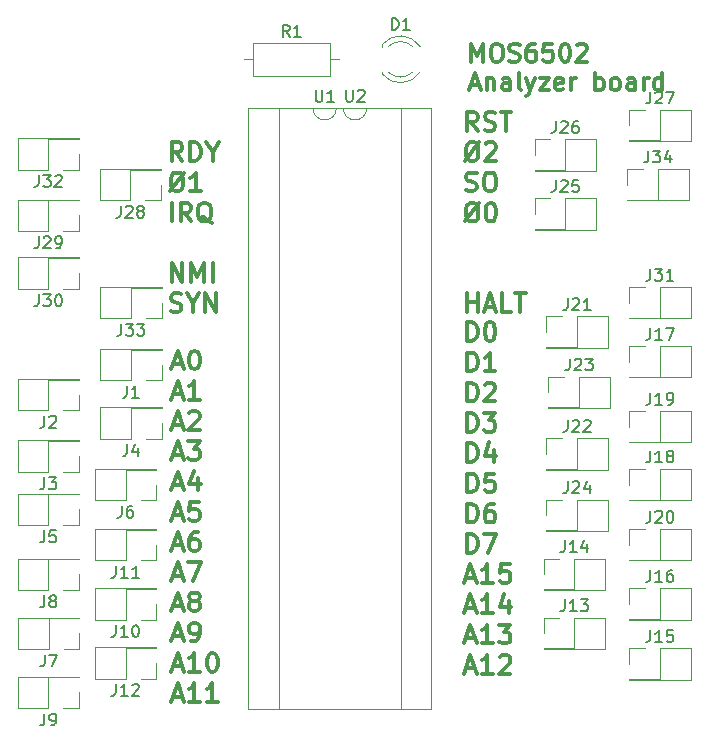
<source format=gto>
%TF.GenerationSoftware,KiCad,Pcbnew,7.0.1*%
%TF.CreationDate,2023-06-14T21:41:20+02:00*%
%TF.ProjectId,6502_board,36353032-5f62-46f6-9172-642e6b696361,rev?*%
%TF.SameCoordinates,Original*%
%TF.FileFunction,Legend,Top*%
%TF.FilePolarity,Positive*%
%FSLAX46Y46*%
G04 Gerber Fmt 4.6, Leading zero omitted, Abs format (unit mm)*
G04 Created by KiCad (PCBNEW 7.0.1) date 2023-06-14 21:41:20*
%MOMM*%
%LPD*%
G01*
G04 APERTURE LIST*
%ADD10C,0.300000*%
%ADD11C,0.150000*%
%ADD12C,0.120000*%
G04 APERTURE END LIST*
D10*
X70079047Y-83449038D02*
X69552380Y-82696657D01*
X69176190Y-83449038D02*
X69176190Y-81869038D01*
X69176190Y-81869038D02*
X69778095Y-81869038D01*
X69778095Y-81869038D02*
X69928571Y-81944276D01*
X69928571Y-81944276D02*
X70003809Y-82019514D01*
X70003809Y-82019514D02*
X70079047Y-82169990D01*
X70079047Y-82169990D02*
X70079047Y-82395704D01*
X70079047Y-82395704D02*
X70003809Y-82546180D01*
X70003809Y-82546180D02*
X69928571Y-82621419D01*
X69928571Y-82621419D02*
X69778095Y-82696657D01*
X69778095Y-82696657D02*
X69176190Y-82696657D01*
X70680952Y-83373800D02*
X70906666Y-83449038D01*
X70906666Y-83449038D02*
X71282857Y-83449038D01*
X71282857Y-83449038D02*
X71433333Y-83373800D01*
X71433333Y-83373800D02*
X71508571Y-83298561D01*
X71508571Y-83298561D02*
X71583809Y-83148085D01*
X71583809Y-83148085D02*
X71583809Y-82997609D01*
X71583809Y-82997609D02*
X71508571Y-82847133D01*
X71508571Y-82847133D02*
X71433333Y-82771895D01*
X71433333Y-82771895D02*
X71282857Y-82696657D01*
X71282857Y-82696657D02*
X70981904Y-82621419D01*
X70981904Y-82621419D02*
X70831428Y-82546180D01*
X70831428Y-82546180D02*
X70756190Y-82470942D01*
X70756190Y-82470942D02*
X70680952Y-82320466D01*
X70680952Y-82320466D02*
X70680952Y-82169990D01*
X70680952Y-82169990D02*
X70756190Y-82019514D01*
X70756190Y-82019514D02*
X70831428Y-81944276D01*
X70831428Y-81944276D02*
X70981904Y-81869038D01*
X70981904Y-81869038D02*
X71358095Y-81869038D01*
X71358095Y-81869038D02*
X71583809Y-81944276D01*
X72035238Y-81869038D02*
X72938095Y-81869038D01*
X72486666Y-83449038D02*
X72486666Y-81869038D01*
X70229523Y-84428638D02*
X69025714Y-86008638D01*
X69477142Y-86008638D02*
X69326666Y-85933400D01*
X69326666Y-85933400D02*
X69176190Y-85782923D01*
X69176190Y-85782923D02*
X69100952Y-85481971D01*
X69100952Y-85481971D02*
X69100952Y-84955304D01*
X69100952Y-84955304D02*
X69176190Y-84654352D01*
X69176190Y-84654352D02*
X69326666Y-84503876D01*
X69326666Y-84503876D02*
X69477142Y-84428638D01*
X69477142Y-84428638D02*
X69778095Y-84428638D01*
X69778095Y-84428638D02*
X69928571Y-84503876D01*
X69928571Y-84503876D02*
X70079047Y-84654352D01*
X70079047Y-84654352D02*
X70154285Y-84955304D01*
X70154285Y-84955304D02*
X70154285Y-85481971D01*
X70154285Y-85481971D02*
X70079047Y-85782923D01*
X70079047Y-85782923D02*
X69928571Y-85933400D01*
X69928571Y-85933400D02*
X69778095Y-86008638D01*
X69778095Y-86008638D02*
X69477142Y-86008638D01*
X70756190Y-84579114D02*
X70831428Y-84503876D01*
X70831428Y-84503876D02*
X70981904Y-84428638D01*
X70981904Y-84428638D02*
X71358095Y-84428638D01*
X71358095Y-84428638D02*
X71508571Y-84503876D01*
X71508571Y-84503876D02*
X71583809Y-84579114D01*
X71583809Y-84579114D02*
X71659047Y-84729590D01*
X71659047Y-84729590D02*
X71659047Y-84880066D01*
X71659047Y-84880066D02*
X71583809Y-85105780D01*
X71583809Y-85105780D02*
X70680952Y-86008638D01*
X70680952Y-86008638D02*
X71659047Y-86008638D01*
X69100952Y-88493000D02*
X69326666Y-88568238D01*
X69326666Y-88568238D02*
X69702857Y-88568238D01*
X69702857Y-88568238D02*
X69853333Y-88493000D01*
X69853333Y-88493000D02*
X69928571Y-88417761D01*
X69928571Y-88417761D02*
X70003809Y-88267285D01*
X70003809Y-88267285D02*
X70003809Y-88116809D01*
X70003809Y-88116809D02*
X69928571Y-87966333D01*
X69928571Y-87966333D02*
X69853333Y-87891095D01*
X69853333Y-87891095D02*
X69702857Y-87815857D01*
X69702857Y-87815857D02*
X69401904Y-87740619D01*
X69401904Y-87740619D02*
X69251428Y-87665380D01*
X69251428Y-87665380D02*
X69176190Y-87590142D01*
X69176190Y-87590142D02*
X69100952Y-87439666D01*
X69100952Y-87439666D02*
X69100952Y-87289190D01*
X69100952Y-87289190D02*
X69176190Y-87138714D01*
X69176190Y-87138714D02*
X69251428Y-87063476D01*
X69251428Y-87063476D02*
X69401904Y-86988238D01*
X69401904Y-86988238D02*
X69778095Y-86988238D01*
X69778095Y-86988238D02*
X70003809Y-87063476D01*
X70981904Y-86988238D02*
X71282857Y-86988238D01*
X71282857Y-86988238D02*
X71433333Y-87063476D01*
X71433333Y-87063476D02*
X71583809Y-87213952D01*
X71583809Y-87213952D02*
X71659047Y-87514904D01*
X71659047Y-87514904D02*
X71659047Y-88041571D01*
X71659047Y-88041571D02*
X71583809Y-88342523D01*
X71583809Y-88342523D02*
X71433333Y-88493000D01*
X71433333Y-88493000D02*
X71282857Y-88568238D01*
X71282857Y-88568238D02*
X70981904Y-88568238D01*
X70981904Y-88568238D02*
X70831428Y-88493000D01*
X70831428Y-88493000D02*
X70680952Y-88342523D01*
X70680952Y-88342523D02*
X70605714Y-88041571D01*
X70605714Y-88041571D02*
X70605714Y-87514904D01*
X70605714Y-87514904D02*
X70680952Y-87213952D01*
X70680952Y-87213952D02*
X70831428Y-87063476D01*
X70831428Y-87063476D02*
X70981904Y-86988238D01*
X70229523Y-89547838D02*
X69025714Y-91127838D01*
X69477142Y-91127838D02*
X69326666Y-91052600D01*
X69326666Y-91052600D02*
X69176190Y-90902123D01*
X69176190Y-90902123D02*
X69100952Y-90601171D01*
X69100952Y-90601171D02*
X69100952Y-90074504D01*
X69100952Y-90074504D02*
X69176190Y-89773552D01*
X69176190Y-89773552D02*
X69326666Y-89623076D01*
X69326666Y-89623076D02*
X69477142Y-89547838D01*
X69477142Y-89547838D02*
X69778095Y-89547838D01*
X69778095Y-89547838D02*
X69928571Y-89623076D01*
X69928571Y-89623076D02*
X70079047Y-89773552D01*
X70079047Y-89773552D02*
X70154285Y-90074504D01*
X70154285Y-90074504D02*
X70154285Y-90601171D01*
X70154285Y-90601171D02*
X70079047Y-90902123D01*
X70079047Y-90902123D02*
X69928571Y-91052600D01*
X69928571Y-91052600D02*
X69778095Y-91127838D01*
X69778095Y-91127838D02*
X69477142Y-91127838D01*
X71132380Y-89547838D02*
X71282857Y-89547838D01*
X71282857Y-89547838D02*
X71433333Y-89623076D01*
X71433333Y-89623076D02*
X71508571Y-89698314D01*
X71508571Y-89698314D02*
X71583809Y-89848790D01*
X71583809Y-89848790D02*
X71659047Y-90149742D01*
X71659047Y-90149742D02*
X71659047Y-90525933D01*
X71659047Y-90525933D02*
X71583809Y-90826885D01*
X71583809Y-90826885D02*
X71508571Y-90977361D01*
X71508571Y-90977361D02*
X71433333Y-91052600D01*
X71433333Y-91052600D02*
X71282857Y-91127838D01*
X71282857Y-91127838D02*
X71132380Y-91127838D01*
X71132380Y-91127838D02*
X70981904Y-91052600D01*
X70981904Y-91052600D02*
X70906666Y-90977361D01*
X70906666Y-90977361D02*
X70831428Y-90826885D01*
X70831428Y-90826885D02*
X70756190Y-90525933D01*
X70756190Y-90525933D02*
X70756190Y-90149742D01*
X70756190Y-90149742D02*
X70831428Y-89848790D01*
X70831428Y-89848790D02*
X70906666Y-89698314D01*
X70906666Y-89698314D02*
X70981904Y-89623076D01*
X70981904Y-89623076D02*
X71132380Y-89547838D01*
X69176190Y-98806638D02*
X69176190Y-97226638D01*
X69176190Y-97979019D02*
X70079047Y-97979019D01*
X70079047Y-98806638D02*
X70079047Y-97226638D01*
X70756190Y-98355209D02*
X71508571Y-98355209D01*
X70605714Y-98806638D02*
X71132380Y-97226638D01*
X71132380Y-97226638D02*
X71659047Y-98806638D01*
X72938095Y-98806638D02*
X72185714Y-98806638D01*
X72185714Y-98806638D02*
X72185714Y-97226638D01*
X73239048Y-97226638D02*
X74141905Y-97226638D01*
X73690476Y-98806638D02*
X73690476Y-97226638D01*
X45079047Y-86008638D02*
X44552380Y-85256257D01*
X44176190Y-86008638D02*
X44176190Y-84428638D01*
X44176190Y-84428638D02*
X44778095Y-84428638D01*
X44778095Y-84428638D02*
X44928571Y-84503876D01*
X44928571Y-84503876D02*
X45003809Y-84579114D01*
X45003809Y-84579114D02*
X45079047Y-84729590D01*
X45079047Y-84729590D02*
X45079047Y-84955304D01*
X45079047Y-84955304D02*
X45003809Y-85105780D01*
X45003809Y-85105780D02*
X44928571Y-85181019D01*
X44928571Y-85181019D02*
X44778095Y-85256257D01*
X44778095Y-85256257D02*
X44176190Y-85256257D01*
X45756190Y-86008638D02*
X45756190Y-84428638D01*
X45756190Y-84428638D02*
X46132380Y-84428638D01*
X46132380Y-84428638D02*
X46358095Y-84503876D01*
X46358095Y-84503876D02*
X46508571Y-84654352D01*
X46508571Y-84654352D02*
X46583809Y-84804828D01*
X46583809Y-84804828D02*
X46659047Y-85105780D01*
X46659047Y-85105780D02*
X46659047Y-85331495D01*
X46659047Y-85331495D02*
X46583809Y-85632447D01*
X46583809Y-85632447D02*
X46508571Y-85782923D01*
X46508571Y-85782923D02*
X46358095Y-85933400D01*
X46358095Y-85933400D02*
X46132380Y-86008638D01*
X46132380Y-86008638D02*
X45756190Y-86008638D01*
X47637142Y-85256257D02*
X47637142Y-86008638D01*
X47110476Y-84428638D02*
X47637142Y-85256257D01*
X47637142Y-85256257D02*
X48163809Y-84428638D01*
X45229523Y-86988238D02*
X44025714Y-88568238D01*
X44477142Y-88568238D02*
X44326666Y-88493000D01*
X44326666Y-88493000D02*
X44176190Y-88342523D01*
X44176190Y-88342523D02*
X44100952Y-88041571D01*
X44100952Y-88041571D02*
X44100952Y-87514904D01*
X44100952Y-87514904D02*
X44176190Y-87213952D01*
X44176190Y-87213952D02*
X44326666Y-87063476D01*
X44326666Y-87063476D02*
X44477142Y-86988238D01*
X44477142Y-86988238D02*
X44778095Y-86988238D01*
X44778095Y-86988238D02*
X44928571Y-87063476D01*
X44928571Y-87063476D02*
X45079047Y-87213952D01*
X45079047Y-87213952D02*
X45154285Y-87514904D01*
X45154285Y-87514904D02*
X45154285Y-88041571D01*
X45154285Y-88041571D02*
X45079047Y-88342523D01*
X45079047Y-88342523D02*
X44928571Y-88493000D01*
X44928571Y-88493000D02*
X44778095Y-88568238D01*
X44778095Y-88568238D02*
X44477142Y-88568238D01*
X46659047Y-88568238D02*
X45756190Y-88568238D01*
X46207618Y-88568238D02*
X46207618Y-86988238D01*
X46207618Y-86988238D02*
X46057142Y-87213952D01*
X46057142Y-87213952D02*
X45906666Y-87364428D01*
X45906666Y-87364428D02*
X45756190Y-87439666D01*
X44176190Y-91127838D02*
X44176190Y-89547838D01*
X45831428Y-91127838D02*
X45304761Y-90375457D01*
X44928571Y-91127838D02*
X44928571Y-89547838D01*
X44928571Y-89547838D02*
X45530476Y-89547838D01*
X45530476Y-89547838D02*
X45680952Y-89623076D01*
X45680952Y-89623076D02*
X45756190Y-89698314D01*
X45756190Y-89698314D02*
X45831428Y-89848790D01*
X45831428Y-89848790D02*
X45831428Y-90074504D01*
X45831428Y-90074504D02*
X45756190Y-90224980D01*
X45756190Y-90224980D02*
X45680952Y-90300219D01*
X45680952Y-90300219D02*
X45530476Y-90375457D01*
X45530476Y-90375457D02*
X44928571Y-90375457D01*
X47561904Y-91278314D02*
X47411428Y-91203076D01*
X47411428Y-91203076D02*
X47260952Y-91052600D01*
X47260952Y-91052600D02*
X47035238Y-90826885D01*
X47035238Y-90826885D02*
X46884761Y-90751647D01*
X46884761Y-90751647D02*
X46734285Y-90751647D01*
X46809523Y-91127838D02*
X46659047Y-91052600D01*
X46659047Y-91052600D02*
X46508571Y-90902123D01*
X46508571Y-90902123D02*
X46433333Y-90601171D01*
X46433333Y-90601171D02*
X46433333Y-90074504D01*
X46433333Y-90074504D02*
X46508571Y-89773552D01*
X46508571Y-89773552D02*
X46659047Y-89623076D01*
X46659047Y-89623076D02*
X46809523Y-89547838D01*
X46809523Y-89547838D02*
X47110476Y-89547838D01*
X47110476Y-89547838D02*
X47260952Y-89623076D01*
X47260952Y-89623076D02*
X47411428Y-89773552D01*
X47411428Y-89773552D02*
X47486666Y-90074504D01*
X47486666Y-90074504D02*
X47486666Y-90601171D01*
X47486666Y-90601171D02*
X47411428Y-90902123D01*
X47411428Y-90902123D02*
X47260952Y-91052600D01*
X47260952Y-91052600D02*
X47110476Y-91127838D01*
X47110476Y-91127838D02*
X46809523Y-91127838D01*
X44176190Y-96247038D02*
X44176190Y-94667038D01*
X44176190Y-94667038D02*
X45079047Y-96247038D01*
X45079047Y-96247038D02*
X45079047Y-94667038D01*
X45831428Y-96247038D02*
X45831428Y-94667038D01*
X45831428Y-94667038D02*
X46358095Y-95795609D01*
X46358095Y-95795609D02*
X46884761Y-94667038D01*
X46884761Y-94667038D02*
X46884761Y-96247038D01*
X47637142Y-96247038D02*
X47637142Y-94667038D01*
X44100952Y-98731400D02*
X44326666Y-98806638D01*
X44326666Y-98806638D02*
X44702857Y-98806638D01*
X44702857Y-98806638D02*
X44853333Y-98731400D01*
X44853333Y-98731400D02*
X44928571Y-98656161D01*
X44928571Y-98656161D02*
X45003809Y-98505685D01*
X45003809Y-98505685D02*
X45003809Y-98355209D01*
X45003809Y-98355209D02*
X44928571Y-98204733D01*
X44928571Y-98204733D02*
X44853333Y-98129495D01*
X44853333Y-98129495D02*
X44702857Y-98054257D01*
X44702857Y-98054257D02*
X44401904Y-97979019D01*
X44401904Y-97979019D02*
X44251428Y-97903780D01*
X44251428Y-97903780D02*
X44176190Y-97828542D01*
X44176190Y-97828542D02*
X44100952Y-97678066D01*
X44100952Y-97678066D02*
X44100952Y-97527590D01*
X44100952Y-97527590D02*
X44176190Y-97377114D01*
X44176190Y-97377114D02*
X44251428Y-97301876D01*
X44251428Y-97301876D02*
X44401904Y-97226638D01*
X44401904Y-97226638D02*
X44778095Y-97226638D01*
X44778095Y-97226638D02*
X45003809Y-97301876D01*
X45981904Y-98054257D02*
X45981904Y-98806638D01*
X45455238Y-97226638D02*
X45981904Y-98054257D01*
X45981904Y-98054257D02*
X46508571Y-97226638D01*
X47035238Y-98806638D02*
X47035238Y-97226638D01*
X47035238Y-97226638D02*
X47938095Y-98806638D01*
X47938095Y-98806638D02*
X47938095Y-97226638D01*
X69176190Y-101251038D02*
X69176190Y-99671038D01*
X69176190Y-99671038D02*
X69552380Y-99671038D01*
X69552380Y-99671038D02*
X69778095Y-99746276D01*
X69778095Y-99746276D02*
X69928571Y-99896752D01*
X69928571Y-99896752D02*
X70003809Y-100047228D01*
X70003809Y-100047228D02*
X70079047Y-100348180D01*
X70079047Y-100348180D02*
X70079047Y-100573895D01*
X70079047Y-100573895D02*
X70003809Y-100874847D01*
X70003809Y-100874847D02*
X69928571Y-101025323D01*
X69928571Y-101025323D02*
X69778095Y-101175800D01*
X69778095Y-101175800D02*
X69552380Y-101251038D01*
X69552380Y-101251038D02*
X69176190Y-101251038D01*
X71057142Y-99671038D02*
X71207619Y-99671038D01*
X71207619Y-99671038D02*
X71358095Y-99746276D01*
X71358095Y-99746276D02*
X71433333Y-99821514D01*
X71433333Y-99821514D02*
X71508571Y-99971990D01*
X71508571Y-99971990D02*
X71583809Y-100272942D01*
X71583809Y-100272942D02*
X71583809Y-100649133D01*
X71583809Y-100649133D02*
X71508571Y-100950085D01*
X71508571Y-100950085D02*
X71433333Y-101100561D01*
X71433333Y-101100561D02*
X71358095Y-101175800D01*
X71358095Y-101175800D02*
X71207619Y-101251038D01*
X71207619Y-101251038D02*
X71057142Y-101251038D01*
X71057142Y-101251038D02*
X70906666Y-101175800D01*
X70906666Y-101175800D02*
X70831428Y-101100561D01*
X70831428Y-101100561D02*
X70756190Y-100950085D01*
X70756190Y-100950085D02*
X70680952Y-100649133D01*
X70680952Y-100649133D02*
X70680952Y-100272942D01*
X70680952Y-100272942D02*
X70756190Y-99971990D01*
X70756190Y-99971990D02*
X70831428Y-99821514D01*
X70831428Y-99821514D02*
X70906666Y-99746276D01*
X70906666Y-99746276D02*
X71057142Y-99671038D01*
X69176190Y-103810638D02*
X69176190Y-102230638D01*
X69176190Y-102230638D02*
X69552380Y-102230638D01*
X69552380Y-102230638D02*
X69778095Y-102305876D01*
X69778095Y-102305876D02*
X69928571Y-102456352D01*
X69928571Y-102456352D02*
X70003809Y-102606828D01*
X70003809Y-102606828D02*
X70079047Y-102907780D01*
X70079047Y-102907780D02*
X70079047Y-103133495D01*
X70079047Y-103133495D02*
X70003809Y-103434447D01*
X70003809Y-103434447D02*
X69928571Y-103584923D01*
X69928571Y-103584923D02*
X69778095Y-103735400D01*
X69778095Y-103735400D02*
X69552380Y-103810638D01*
X69552380Y-103810638D02*
X69176190Y-103810638D01*
X71583809Y-103810638D02*
X70680952Y-103810638D01*
X71132380Y-103810638D02*
X71132380Y-102230638D01*
X71132380Y-102230638D02*
X70981904Y-102456352D01*
X70981904Y-102456352D02*
X70831428Y-102606828D01*
X70831428Y-102606828D02*
X70680952Y-102682066D01*
X69176190Y-106370238D02*
X69176190Y-104790238D01*
X69176190Y-104790238D02*
X69552380Y-104790238D01*
X69552380Y-104790238D02*
X69778095Y-104865476D01*
X69778095Y-104865476D02*
X69928571Y-105015952D01*
X69928571Y-105015952D02*
X70003809Y-105166428D01*
X70003809Y-105166428D02*
X70079047Y-105467380D01*
X70079047Y-105467380D02*
X70079047Y-105693095D01*
X70079047Y-105693095D02*
X70003809Y-105994047D01*
X70003809Y-105994047D02*
X69928571Y-106144523D01*
X69928571Y-106144523D02*
X69778095Y-106295000D01*
X69778095Y-106295000D02*
X69552380Y-106370238D01*
X69552380Y-106370238D02*
X69176190Y-106370238D01*
X70680952Y-104940714D02*
X70756190Y-104865476D01*
X70756190Y-104865476D02*
X70906666Y-104790238D01*
X70906666Y-104790238D02*
X71282857Y-104790238D01*
X71282857Y-104790238D02*
X71433333Y-104865476D01*
X71433333Y-104865476D02*
X71508571Y-104940714D01*
X71508571Y-104940714D02*
X71583809Y-105091190D01*
X71583809Y-105091190D02*
X71583809Y-105241666D01*
X71583809Y-105241666D02*
X71508571Y-105467380D01*
X71508571Y-105467380D02*
X70605714Y-106370238D01*
X70605714Y-106370238D02*
X71583809Y-106370238D01*
X69176190Y-108929838D02*
X69176190Y-107349838D01*
X69176190Y-107349838D02*
X69552380Y-107349838D01*
X69552380Y-107349838D02*
X69778095Y-107425076D01*
X69778095Y-107425076D02*
X69928571Y-107575552D01*
X69928571Y-107575552D02*
X70003809Y-107726028D01*
X70003809Y-107726028D02*
X70079047Y-108026980D01*
X70079047Y-108026980D02*
X70079047Y-108252695D01*
X70079047Y-108252695D02*
X70003809Y-108553647D01*
X70003809Y-108553647D02*
X69928571Y-108704123D01*
X69928571Y-108704123D02*
X69778095Y-108854600D01*
X69778095Y-108854600D02*
X69552380Y-108929838D01*
X69552380Y-108929838D02*
X69176190Y-108929838D01*
X70605714Y-107349838D02*
X71583809Y-107349838D01*
X71583809Y-107349838D02*
X71057142Y-107951742D01*
X71057142Y-107951742D02*
X71282857Y-107951742D01*
X71282857Y-107951742D02*
X71433333Y-108026980D01*
X71433333Y-108026980D02*
X71508571Y-108102219D01*
X71508571Y-108102219D02*
X71583809Y-108252695D01*
X71583809Y-108252695D02*
X71583809Y-108628885D01*
X71583809Y-108628885D02*
X71508571Y-108779361D01*
X71508571Y-108779361D02*
X71433333Y-108854600D01*
X71433333Y-108854600D02*
X71282857Y-108929838D01*
X71282857Y-108929838D02*
X70831428Y-108929838D01*
X70831428Y-108929838D02*
X70680952Y-108854600D01*
X70680952Y-108854600D02*
X70605714Y-108779361D01*
X69176190Y-111489438D02*
X69176190Y-109909438D01*
X69176190Y-109909438D02*
X69552380Y-109909438D01*
X69552380Y-109909438D02*
X69778095Y-109984676D01*
X69778095Y-109984676D02*
X69928571Y-110135152D01*
X69928571Y-110135152D02*
X70003809Y-110285628D01*
X70003809Y-110285628D02*
X70079047Y-110586580D01*
X70079047Y-110586580D02*
X70079047Y-110812295D01*
X70079047Y-110812295D02*
X70003809Y-111113247D01*
X70003809Y-111113247D02*
X69928571Y-111263723D01*
X69928571Y-111263723D02*
X69778095Y-111414200D01*
X69778095Y-111414200D02*
X69552380Y-111489438D01*
X69552380Y-111489438D02*
X69176190Y-111489438D01*
X71433333Y-110436104D02*
X71433333Y-111489438D01*
X71057142Y-109834200D02*
X70680952Y-110962771D01*
X70680952Y-110962771D02*
X71659047Y-110962771D01*
X69176190Y-114049038D02*
X69176190Y-112469038D01*
X69176190Y-112469038D02*
X69552380Y-112469038D01*
X69552380Y-112469038D02*
X69778095Y-112544276D01*
X69778095Y-112544276D02*
X69928571Y-112694752D01*
X69928571Y-112694752D02*
X70003809Y-112845228D01*
X70003809Y-112845228D02*
X70079047Y-113146180D01*
X70079047Y-113146180D02*
X70079047Y-113371895D01*
X70079047Y-113371895D02*
X70003809Y-113672847D01*
X70003809Y-113672847D02*
X69928571Y-113823323D01*
X69928571Y-113823323D02*
X69778095Y-113973800D01*
X69778095Y-113973800D02*
X69552380Y-114049038D01*
X69552380Y-114049038D02*
X69176190Y-114049038D01*
X71508571Y-112469038D02*
X70756190Y-112469038D01*
X70756190Y-112469038D02*
X70680952Y-113221419D01*
X70680952Y-113221419D02*
X70756190Y-113146180D01*
X70756190Y-113146180D02*
X70906666Y-113070942D01*
X70906666Y-113070942D02*
X71282857Y-113070942D01*
X71282857Y-113070942D02*
X71433333Y-113146180D01*
X71433333Y-113146180D02*
X71508571Y-113221419D01*
X71508571Y-113221419D02*
X71583809Y-113371895D01*
X71583809Y-113371895D02*
X71583809Y-113748085D01*
X71583809Y-113748085D02*
X71508571Y-113898561D01*
X71508571Y-113898561D02*
X71433333Y-113973800D01*
X71433333Y-113973800D02*
X71282857Y-114049038D01*
X71282857Y-114049038D02*
X70906666Y-114049038D01*
X70906666Y-114049038D02*
X70756190Y-113973800D01*
X70756190Y-113973800D02*
X70680952Y-113898561D01*
X69176190Y-116608638D02*
X69176190Y-115028638D01*
X69176190Y-115028638D02*
X69552380Y-115028638D01*
X69552380Y-115028638D02*
X69778095Y-115103876D01*
X69778095Y-115103876D02*
X69928571Y-115254352D01*
X69928571Y-115254352D02*
X70003809Y-115404828D01*
X70003809Y-115404828D02*
X70079047Y-115705780D01*
X70079047Y-115705780D02*
X70079047Y-115931495D01*
X70079047Y-115931495D02*
X70003809Y-116232447D01*
X70003809Y-116232447D02*
X69928571Y-116382923D01*
X69928571Y-116382923D02*
X69778095Y-116533400D01*
X69778095Y-116533400D02*
X69552380Y-116608638D01*
X69552380Y-116608638D02*
X69176190Y-116608638D01*
X71433333Y-115028638D02*
X71132380Y-115028638D01*
X71132380Y-115028638D02*
X70981904Y-115103876D01*
X70981904Y-115103876D02*
X70906666Y-115179114D01*
X70906666Y-115179114D02*
X70756190Y-115404828D01*
X70756190Y-115404828D02*
X70680952Y-115705780D01*
X70680952Y-115705780D02*
X70680952Y-116307685D01*
X70680952Y-116307685D02*
X70756190Y-116458161D01*
X70756190Y-116458161D02*
X70831428Y-116533400D01*
X70831428Y-116533400D02*
X70981904Y-116608638D01*
X70981904Y-116608638D02*
X71282857Y-116608638D01*
X71282857Y-116608638D02*
X71433333Y-116533400D01*
X71433333Y-116533400D02*
X71508571Y-116458161D01*
X71508571Y-116458161D02*
X71583809Y-116307685D01*
X71583809Y-116307685D02*
X71583809Y-115931495D01*
X71583809Y-115931495D02*
X71508571Y-115781019D01*
X71508571Y-115781019D02*
X71433333Y-115705780D01*
X71433333Y-115705780D02*
X71282857Y-115630542D01*
X71282857Y-115630542D02*
X70981904Y-115630542D01*
X70981904Y-115630542D02*
X70831428Y-115705780D01*
X70831428Y-115705780D02*
X70756190Y-115781019D01*
X70756190Y-115781019D02*
X70680952Y-115931495D01*
X69176190Y-119168238D02*
X69176190Y-117588238D01*
X69176190Y-117588238D02*
X69552380Y-117588238D01*
X69552380Y-117588238D02*
X69778095Y-117663476D01*
X69778095Y-117663476D02*
X69928571Y-117813952D01*
X69928571Y-117813952D02*
X70003809Y-117964428D01*
X70003809Y-117964428D02*
X70079047Y-118265380D01*
X70079047Y-118265380D02*
X70079047Y-118491095D01*
X70079047Y-118491095D02*
X70003809Y-118792047D01*
X70003809Y-118792047D02*
X69928571Y-118942523D01*
X69928571Y-118942523D02*
X69778095Y-119093000D01*
X69778095Y-119093000D02*
X69552380Y-119168238D01*
X69552380Y-119168238D02*
X69176190Y-119168238D01*
X70605714Y-117588238D02*
X71659047Y-117588238D01*
X71659047Y-117588238D02*
X70981904Y-119168238D01*
X69100952Y-121276409D02*
X69853333Y-121276409D01*
X68950476Y-121727838D02*
X69477142Y-120147838D01*
X69477142Y-120147838D02*
X70003809Y-121727838D01*
X71358095Y-121727838D02*
X70455238Y-121727838D01*
X70906666Y-121727838D02*
X70906666Y-120147838D01*
X70906666Y-120147838D02*
X70756190Y-120373552D01*
X70756190Y-120373552D02*
X70605714Y-120524028D01*
X70605714Y-120524028D02*
X70455238Y-120599266D01*
X72787619Y-120147838D02*
X72035238Y-120147838D01*
X72035238Y-120147838D02*
X71960000Y-120900219D01*
X71960000Y-120900219D02*
X72035238Y-120824980D01*
X72035238Y-120824980D02*
X72185714Y-120749742D01*
X72185714Y-120749742D02*
X72561905Y-120749742D01*
X72561905Y-120749742D02*
X72712381Y-120824980D01*
X72712381Y-120824980D02*
X72787619Y-120900219D01*
X72787619Y-120900219D02*
X72862857Y-121050695D01*
X72862857Y-121050695D02*
X72862857Y-121426885D01*
X72862857Y-121426885D02*
X72787619Y-121577361D01*
X72787619Y-121577361D02*
X72712381Y-121652600D01*
X72712381Y-121652600D02*
X72561905Y-121727838D01*
X72561905Y-121727838D02*
X72185714Y-121727838D01*
X72185714Y-121727838D02*
X72035238Y-121652600D01*
X72035238Y-121652600D02*
X71960000Y-121577361D01*
X69100952Y-123836009D02*
X69853333Y-123836009D01*
X68950476Y-124287438D02*
X69477142Y-122707438D01*
X69477142Y-122707438D02*
X70003809Y-124287438D01*
X71358095Y-124287438D02*
X70455238Y-124287438D01*
X70906666Y-124287438D02*
X70906666Y-122707438D01*
X70906666Y-122707438D02*
X70756190Y-122933152D01*
X70756190Y-122933152D02*
X70605714Y-123083628D01*
X70605714Y-123083628D02*
X70455238Y-123158866D01*
X72712381Y-123234104D02*
X72712381Y-124287438D01*
X72336190Y-122632200D02*
X71960000Y-123760771D01*
X71960000Y-123760771D02*
X72938095Y-123760771D01*
X69100952Y-126395609D02*
X69853333Y-126395609D01*
X68950476Y-126847038D02*
X69477142Y-125267038D01*
X69477142Y-125267038D02*
X70003809Y-126847038D01*
X71358095Y-126847038D02*
X70455238Y-126847038D01*
X70906666Y-126847038D02*
X70906666Y-125267038D01*
X70906666Y-125267038D02*
X70756190Y-125492752D01*
X70756190Y-125492752D02*
X70605714Y-125643228D01*
X70605714Y-125643228D02*
X70455238Y-125718466D01*
X71884762Y-125267038D02*
X72862857Y-125267038D01*
X72862857Y-125267038D02*
X72336190Y-125868942D01*
X72336190Y-125868942D02*
X72561905Y-125868942D01*
X72561905Y-125868942D02*
X72712381Y-125944180D01*
X72712381Y-125944180D02*
X72787619Y-126019419D01*
X72787619Y-126019419D02*
X72862857Y-126169895D01*
X72862857Y-126169895D02*
X72862857Y-126546085D01*
X72862857Y-126546085D02*
X72787619Y-126696561D01*
X72787619Y-126696561D02*
X72712381Y-126771800D01*
X72712381Y-126771800D02*
X72561905Y-126847038D01*
X72561905Y-126847038D02*
X72110476Y-126847038D01*
X72110476Y-126847038D02*
X71960000Y-126771800D01*
X71960000Y-126771800D02*
X71884762Y-126696561D01*
X69100952Y-128955209D02*
X69853333Y-128955209D01*
X68950476Y-129406638D02*
X69477142Y-127826638D01*
X69477142Y-127826638D02*
X70003809Y-129406638D01*
X71358095Y-129406638D02*
X70455238Y-129406638D01*
X70906666Y-129406638D02*
X70906666Y-127826638D01*
X70906666Y-127826638D02*
X70756190Y-128052352D01*
X70756190Y-128052352D02*
X70605714Y-128202828D01*
X70605714Y-128202828D02*
X70455238Y-128278066D01*
X71960000Y-127977114D02*
X72035238Y-127901876D01*
X72035238Y-127901876D02*
X72185714Y-127826638D01*
X72185714Y-127826638D02*
X72561905Y-127826638D01*
X72561905Y-127826638D02*
X72712381Y-127901876D01*
X72712381Y-127901876D02*
X72787619Y-127977114D01*
X72787619Y-127977114D02*
X72862857Y-128127590D01*
X72862857Y-128127590D02*
X72862857Y-128278066D01*
X72862857Y-128278066D02*
X72787619Y-128503780D01*
X72787619Y-128503780D02*
X71884762Y-129406638D01*
X71884762Y-129406638D02*
X72862857Y-129406638D01*
X69557142Y-77586428D02*
X69557142Y-76086428D01*
X69557142Y-76086428D02*
X70057142Y-77157857D01*
X70057142Y-77157857D02*
X70557142Y-76086428D01*
X70557142Y-76086428D02*
X70557142Y-77586428D01*
X71557143Y-76086428D02*
X71842857Y-76086428D01*
X71842857Y-76086428D02*
X71985714Y-76157857D01*
X71985714Y-76157857D02*
X72128571Y-76300714D01*
X72128571Y-76300714D02*
X72200000Y-76586428D01*
X72200000Y-76586428D02*
X72200000Y-77086428D01*
X72200000Y-77086428D02*
X72128571Y-77372142D01*
X72128571Y-77372142D02*
X71985714Y-77515000D01*
X71985714Y-77515000D02*
X71842857Y-77586428D01*
X71842857Y-77586428D02*
X71557143Y-77586428D01*
X71557143Y-77586428D02*
X71414286Y-77515000D01*
X71414286Y-77515000D02*
X71271428Y-77372142D01*
X71271428Y-77372142D02*
X71200000Y-77086428D01*
X71200000Y-77086428D02*
X71200000Y-76586428D01*
X71200000Y-76586428D02*
X71271428Y-76300714D01*
X71271428Y-76300714D02*
X71414286Y-76157857D01*
X71414286Y-76157857D02*
X71557143Y-76086428D01*
X72771429Y-77515000D02*
X72985715Y-77586428D01*
X72985715Y-77586428D02*
X73342857Y-77586428D01*
X73342857Y-77586428D02*
X73485715Y-77515000D01*
X73485715Y-77515000D02*
X73557143Y-77443571D01*
X73557143Y-77443571D02*
X73628572Y-77300714D01*
X73628572Y-77300714D02*
X73628572Y-77157857D01*
X73628572Y-77157857D02*
X73557143Y-77015000D01*
X73557143Y-77015000D02*
X73485715Y-76943571D01*
X73485715Y-76943571D02*
X73342857Y-76872142D01*
X73342857Y-76872142D02*
X73057143Y-76800714D01*
X73057143Y-76800714D02*
X72914286Y-76729285D01*
X72914286Y-76729285D02*
X72842857Y-76657857D01*
X72842857Y-76657857D02*
X72771429Y-76515000D01*
X72771429Y-76515000D02*
X72771429Y-76372142D01*
X72771429Y-76372142D02*
X72842857Y-76229285D01*
X72842857Y-76229285D02*
X72914286Y-76157857D01*
X72914286Y-76157857D02*
X73057143Y-76086428D01*
X73057143Y-76086428D02*
X73414286Y-76086428D01*
X73414286Y-76086428D02*
X73628572Y-76157857D01*
X74914286Y-76086428D02*
X74628571Y-76086428D01*
X74628571Y-76086428D02*
X74485714Y-76157857D01*
X74485714Y-76157857D02*
X74414286Y-76229285D01*
X74414286Y-76229285D02*
X74271428Y-76443571D01*
X74271428Y-76443571D02*
X74200000Y-76729285D01*
X74200000Y-76729285D02*
X74200000Y-77300714D01*
X74200000Y-77300714D02*
X74271428Y-77443571D01*
X74271428Y-77443571D02*
X74342857Y-77515000D01*
X74342857Y-77515000D02*
X74485714Y-77586428D01*
X74485714Y-77586428D02*
X74771428Y-77586428D01*
X74771428Y-77586428D02*
X74914286Y-77515000D01*
X74914286Y-77515000D02*
X74985714Y-77443571D01*
X74985714Y-77443571D02*
X75057143Y-77300714D01*
X75057143Y-77300714D02*
X75057143Y-76943571D01*
X75057143Y-76943571D02*
X74985714Y-76800714D01*
X74985714Y-76800714D02*
X74914286Y-76729285D01*
X74914286Y-76729285D02*
X74771428Y-76657857D01*
X74771428Y-76657857D02*
X74485714Y-76657857D01*
X74485714Y-76657857D02*
X74342857Y-76729285D01*
X74342857Y-76729285D02*
X74271428Y-76800714D01*
X74271428Y-76800714D02*
X74200000Y-76943571D01*
X76414285Y-76086428D02*
X75699999Y-76086428D01*
X75699999Y-76086428D02*
X75628571Y-76800714D01*
X75628571Y-76800714D02*
X75699999Y-76729285D01*
X75699999Y-76729285D02*
X75842857Y-76657857D01*
X75842857Y-76657857D02*
X76199999Y-76657857D01*
X76199999Y-76657857D02*
X76342857Y-76729285D01*
X76342857Y-76729285D02*
X76414285Y-76800714D01*
X76414285Y-76800714D02*
X76485714Y-76943571D01*
X76485714Y-76943571D02*
X76485714Y-77300714D01*
X76485714Y-77300714D02*
X76414285Y-77443571D01*
X76414285Y-77443571D02*
X76342857Y-77515000D01*
X76342857Y-77515000D02*
X76199999Y-77586428D01*
X76199999Y-77586428D02*
X75842857Y-77586428D01*
X75842857Y-77586428D02*
X75699999Y-77515000D01*
X75699999Y-77515000D02*
X75628571Y-77443571D01*
X77414285Y-76086428D02*
X77557142Y-76086428D01*
X77557142Y-76086428D02*
X77699999Y-76157857D01*
X77699999Y-76157857D02*
X77771428Y-76229285D01*
X77771428Y-76229285D02*
X77842856Y-76372142D01*
X77842856Y-76372142D02*
X77914285Y-76657857D01*
X77914285Y-76657857D02*
X77914285Y-77015000D01*
X77914285Y-77015000D02*
X77842856Y-77300714D01*
X77842856Y-77300714D02*
X77771428Y-77443571D01*
X77771428Y-77443571D02*
X77699999Y-77515000D01*
X77699999Y-77515000D02*
X77557142Y-77586428D01*
X77557142Y-77586428D02*
X77414285Y-77586428D01*
X77414285Y-77586428D02*
X77271428Y-77515000D01*
X77271428Y-77515000D02*
X77199999Y-77443571D01*
X77199999Y-77443571D02*
X77128570Y-77300714D01*
X77128570Y-77300714D02*
X77057142Y-77015000D01*
X77057142Y-77015000D02*
X77057142Y-76657857D01*
X77057142Y-76657857D02*
X77128570Y-76372142D01*
X77128570Y-76372142D02*
X77199999Y-76229285D01*
X77199999Y-76229285D02*
X77271428Y-76157857D01*
X77271428Y-76157857D02*
X77414285Y-76086428D01*
X78485713Y-76229285D02*
X78557141Y-76157857D01*
X78557141Y-76157857D02*
X78699999Y-76086428D01*
X78699999Y-76086428D02*
X79057141Y-76086428D01*
X79057141Y-76086428D02*
X79199999Y-76157857D01*
X79199999Y-76157857D02*
X79271427Y-76229285D01*
X79271427Y-76229285D02*
X79342856Y-76372142D01*
X79342856Y-76372142D02*
X79342856Y-76515000D01*
X79342856Y-76515000D02*
X79271427Y-76729285D01*
X79271427Y-76729285D02*
X78414284Y-77586428D01*
X78414284Y-77586428D02*
X79342856Y-77586428D01*
X69485714Y-79587857D02*
X70200000Y-79587857D01*
X69342857Y-80016428D02*
X69842857Y-78516428D01*
X69842857Y-78516428D02*
X70342857Y-80016428D01*
X70842856Y-79016428D02*
X70842856Y-80016428D01*
X70842856Y-79159285D02*
X70914285Y-79087857D01*
X70914285Y-79087857D02*
X71057142Y-79016428D01*
X71057142Y-79016428D02*
X71271428Y-79016428D01*
X71271428Y-79016428D02*
X71414285Y-79087857D01*
X71414285Y-79087857D02*
X71485714Y-79230714D01*
X71485714Y-79230714D02*
X71485714Y-80016428D01*
X72842857Y-80016428D02*
X72842857Y-79230714D01*
X72842857Y-79230714D02*
X72771428Y-79087857D01*
X72771428Y-79087857D02*
X72628571Y-79016428D01*
X72628571Y-79016428D02*
X72342857Y-79016428D01*
X72342857Y-79016428D02*
X72199999Y-79087857D01*
X72842857Y-79945000D02*
X72699999Y-80016428D01*
X72699999Y-80016428D02*
X72342857Y-80016428D01*
X72342857Y-80016428D02*
X72199999Y-79945000D01*
X72199999Y-79945000D02*
X72128571Y-79802142D01*
X72128571Y-79802142D02*
X72128571Y-79659285D01*
X72128571Y-79659285D02*
X72199999Y-79516428D01*
X72199999Y-79516428D02*
X72342857Y-79445000D01*
X72342857Y-79445000D02*
X72699999Y-79445000D01*
X72699999Y-79445000D02*
X72842857Y-79373571D01*
X73771428Y-80016428D02*
X73628571Y-79945000D01*
X73628571Y-79945000D02*
X73557142Y-79802142D01*
X73557142Y-79802142D02*
X73557142Y-78516428D01*
X74199999Y-79016428D02*
X74557142Y-80016428D01*
X74914285Y-79016428D02*
X74557142Y-80016428D01*
X74557142Y-80016428D02*
X74414285Y-80373571D01*
X74414285Y-80373571D02*
X74342856Y-80445000D01*
X74342856Y-80445000D02*
X74199999Y-80516428D01*
X75342856Y-79016428D02*
X76128571Y-79016428D01*
X76128571Y-79016428D02*
X75342856Y-80016428D01*
X75342856Y-80016428D02*
X76128571Y-80016428D01*
X77271428Y-79945000D02*
X77128571Y-80016428D01*
X77128571Y-80016428D02*
X76842857Y-80016428D01*
X76842857Y-80016428D02*
X76699999Y-79945000D01*
X76699999Y-79945000D02*
X76628571Y-79802142D01*
X76628571Y-79802142D02*
X76628571Y-79230714D01*
X76628571Y-79230714D02*
X76699999Y-79087857D01*
X76699999Y-79087857D02*
X76842857Y-79016428D01*
X76842857Y-79016428D02*
X77128571Y-79016428D01*
X77128571Y-79016428D02*
X77271428Y-79087857D01*
X77271428Y-79087857D02*
X77342857Y-79230714D01*
X77342857Y-79230714D02*
X77342857Y-79373571D01*
X77342857Y-79373571D02*
X76628571Y-79516428D01*
X77985713Y-80016428D02*
X77985713Y-79016428D01*
X77985713Y-79302142D02*
X78057142Y-79159285D01*
X78057142Y-79159285D02*
X78128571Y-79087857D01*
X78128571Y-79087857D02*
X78271428Y-79016428D01*
X78271428Y-79016428D02*
X78414285Y-79016428D01*
X80057141Y-80016428D02*
X80057141Y-78516428D01*
X80057141Y-79087857D02*
X80199999Y-79016428D01*
X80199999Y-79016428D02*
X80485713Y-79016428D01*
X80485713Y-79016428D02*
X80628570Y-79087857D01*
X80628570Y-79087857D02*
X80699999Y-79159285D01*
X80699999Y-79159285D02*
X80771427Y-79302142D01*
X80771427Y-79302142D02*
X80771427Y-79730714D01*
X80771427Y-79730714D02*
X80699999Y-79873571D01*
X80699999Y-79873571D02*
X80628570Y-79945000D01*
X80628570Y-79945000D02*
X80485713Y-80016428D01*
X80485713Y-80016428D02*
X80199999Y-80016428D01*
X80199999Y-80016428D02*
X80057141Y-79945000D01*
X81628570Y-80016428D02*
X81485713Y-79945000D01*
X81485713Y-79945000D02*
X81414284Y-79873571D01*
X81414284Y-79873571D02*
X81342856Y-79730714D01*
X81342856Y-79730714D02*
X81342856Y-79302142D01*
X81342856Y-79302142D02*
X81414284Y-79159285D01*
X81414284Y-79159285D02*
X81485713Y-79087857D01*
X81485713Y-79087857D02*
X81628570Y-79016428D01*
X81628570Y-79016428D02*
X81842856Y-79016428D01*
X81842856Y-79016428D02*
X81985713Y-79087857D01*
X81985713Y-79087857D02*
X82057142Y-79159285D01*
X82057142Y-79159285D02*
X82128570Y-79302142D01*
X82128570Y-79302142D02*
X82128570Y-79730714D01*
X82128570Y-79730714D02*
X82057142Y-79873571D01*
X82057142Y-79873571D02*
X81985713Y-79945000D01*
X81985713Y-79945000D02*
X81842856Y-80016428D01*
X81842856Y-80016428D02*
X81628570Y-80016428D01*
X83414285Y-80016428D02*
X83414285Y-79230714D01*
X83414285Y-79230714D02*
X83342856Y-79087857D01*
X83342856Y-79087857D02*
X83199999Y-79016428D01*
X83199999Y-79016428D02*
X82914285Y-79016428D01*
X82914285Y-79016428D02*
X82771427Y-79087857D01*
X83414285Y-79945000D02*
X83271427Y-80016428D01*
X83271427Y-80016428D02*
X82914285Y-80016428D01*
X82914285Y-80016428D02*
X82771427Y-79945000D01*
X82771427Y-79945000D02*
X82699999Y-79802142D01*
X82699999Y-79802142D02*
X82699999Y-79659285D01*
X82699999Y-79659285D02*
X82771427Y-79516428D01*
X82771427Y-79516428D02*
X82914285Y-79445000D01*
X82914285Y-79445000D02*
X83271427Y-79445000D01*
X83271427Y-79445000D02*
X83414285Y-79373571D01*
X84128570Y-80016428D02*
X84128570Y-79016428D01*
X84128570Y-79302142D02*
X84199999Y-79159285D01*
X84199999Y-79159285D02*
X84271428Y-79087857D01*
X84271428Y-79087857D02*
X84414285Y-79016428D01*
X84414285Y-79016428D02*
X84557142Y-79016428D01*
X85699999Y-80016428D02*
X85699999Y-78516428D01*
X85699999Y-79945000D02*
X85557141Y-80016428D01*
X85557141Y-80016428D02*
X85271427Y-80016428D01*
X85271427Y-80016428D02*
X85128570Y-79945000D01*
X85128570Y-79945000D02*
X85057141Y-79873571D01*
X85057141Y-79873571D02*
X84985713Y-79730714D01*
X84985713Y-79730714D02*
X84985713Y-79302142D01*
X84985713Y-79302142D02*
X85057141Y-79159285D01*
X85057141Y-79159285D02*
X85128570Y-79087857D01*
X85128570Y-79087857D02*
X85271427Y-79016428D01*
X85271427Y-79016428D02*
X85557141Y-79016428D01*
X85557141Y-79016428D02*
X85699999Y-79087857D01*
X44300952Y-103199609D02*
X45053333Y-103199609D01*
X44150476Y-103651038D02*
X44677142Y-102071038D01*
X44677142Y-102071038D02*
X45203809Y-103651038D01*
X46031428Y-102071038D02*
X46181905Y-102071038D01*
X46181905Y-102071038D02*
X46332381Y-102146276D01*
X46332381Y-102146276D02*
X46407619Y-102221514D01*
X46407619Y-102221514D02*
X46482857Y-102371990D01*
X46482857Y-102371990D02*
X46558095Y-102672942D01*
X46558095Y-102672942D02*
X46558095Y-103049133D01*
X46558095Y-103049133D02*
X46482857Y-103350085D01*
X46482857Y-103350085D02*
X46407619Y-103500561D01*
X46407619Y-103500561D02*
X46332381Y-103575800D01*
X46332381Y-103575800D02*
X46181905Y-103651038D01*
X46181905Y-103651038D02*
X46031428Y-103651038D01*
X46031428Y-103651038D02*
X45880952Y-103575800D01*
X45880952Y-103575800D02*
X45805714Y-103500561D01*
X45805714Y-103500561D02*
X45730476Y-103350085D01*
X45730476Y-103350085D02*
X45655238Y-103049133D01*
X45655238Y-103049133D02*
X45655238Y-102672942D01*
X45655238Y-102672942D02*
X45730476Y-102371990D01*
X45730476Y-102371990D02*
X45805714Y-102221514D01*
X45805714Y-102221514D02*
X45880952Y-102146276D01*
X45880952Y-102146276D02*
X46031428Y-102071038D01*
X44300952Y-105759209D02*
X45053333Y-105759209D01*
X44150476Y-106210638D02*
X44677142Y-104630638D01*
X44677142Y-104630638D02*
X45203809Y-106210638D01*
X46558095Y-106210638D02*
X45655238Y-106210638D01*
X46106666Y-106210638D02*
X46106666Y-104630638D01*
X46106666Y-104630638D02*
X45956190Y-104856352D01*
X45956190Y-104856352D02*
X45805714Y-105006828D01*
X45805714Y-105006828D02*
X45655238Y-105082066D01*
X44300952Y-108318809D02*
X45053333Y-108318809D01*
X44150476Y-108770238D02*
X44677142Y-107190238D01*
X44677142Y-107190238D02*
X45203809Y-108770238D01*
X45655238Y-107340714D02*
X45730476Y-107265476D01*
X45730476Y-107265476D02*
X45880952Y-107190238D01*
X45880952Y-107190238D02*
X46257143Y-107190238D01*
X46257143Y-107190238D02*
X46407619Y-107265476D01*
X46407619Y-107265476D02*
X46482857Y-107340714D01*
X46482857Y-107340714D02*
X46558095Y-107491190D01*
X46558095Y-107491190D02*
X46558095Y-107641666D01*
X46558095Y-107641666D02*
X46482857Y-107867380D01*
X46482857Y-107867380D02*
X45580000Y-108770238D01*
X45580000Y-108770238D02*
X46558095Y-108770238D01*
X44300952Y-110878409D02*
X45053333Y-110878409D01*
X44150476Y-111329838D02*
X44677142Y-109749838D01*
X44677142Y-109749838D02*
X45203809Y-111329838D01*
X45580000Y-109749838D02*
X46558095Y-109749838D01*
X46558095Y-109749838D02*
X46031428Y-110351742D01*
X46031428Y-110351742D02*
X46257143Y-110351742D01*
X46257143Y-110351742D02*
X46407619Y-110426980D01*
X46407619Y-110426980D02*
X46482857Y-110502219D01*
X46482857Y-110502219D02*
X46558095Y-110652695D01*
X46558095Y-110652695D02*
X46558095Y-111028885D01*
X46558095Y-111028885D02*
X46482857Y-111179361D01*
X46482857Y-111179361D02*
X46407619Y-111254600D01*
X46407619Y-111254600D02*
X46257143Y-111329838D01*
X46257143Y-111329838D02*
X45805714Y-111329838D01*
X45805714Y-111329838D02*
X45655238Y-111254600D01*
X45655238Y-111254600D02*
X45580000Y-111179361D01*
X44300952Y-113438009D02*
X45053333Y-113438009D01*
X44150476Y-113889438D02*
X44677142Y-112309438D01*
X44677142Y-112309438D02*
X45203809Y-113889438D01*
X46407619Y-112836104D02*
X46407619Y-113889438D01*
X46031428Y-112234200D02*
X45655238Y-113362771D01*
X45655238Y-113362771D02*
X46633333Y-113362771D01*
X44300952Y-115997609D02*
X45053333Y-115997609D01*
X44150476Y-116449038D02*
X44677142Y-114869038D01*
X44677142Y-114869038D02*
X45203809Y-116449038D01*
X46482857Y-114869038D02*
X45730476Y-114869038D01*
X45730476Y-114869038D02*
X45655238Y-115621419D01*
X45655238Y-115621419D02*
X45730476Y-115546180D01*
X45730476Y-115546180D02*
X45880952Y-115470942D01*
X45880952Y-115470942D02*
X46257143Y-115470942D01*
X46257143Y-115470942D02*
X46407619Y-115546180D01*
X46407619Y-115546180D02*
X46482857Y-115621419D01*
X46482857Y-115621419D02*
X46558095Y-115771895D01*
X46558095Y-115771895D02*
X46558095Y-116148085D01*
X46558095Y-116148085D02*
X46482857Y-116298561D01*
X46482857Y-116298561D02*
X46407619Y-116373800D01*
X46407619Y-116373800D02*
X46257143Y-116449038D01*
X46257143Y-116449038D02*
X45880952Y-116449038D01*
X45880952Y-116449038D02*
X45730476Y-116373800D01*
X45730476Y-116373800D02*
X45655238Y-116298561D01*
X44300952Y-118557209D02*
X45053333Y-118557209D01*
X44150476Y-119008638D02*
X44677142Y-117428638D01*
X44677142Y-117428638D02*
X45203809Y-119008638D01*
X46407619Y-117428638D02*
X46106666Y-117428638D01*
X46106666Y-117428638D02*
X45956190Y-117503876D01*
X45956190Y-117503876D02*
X45880952Y-117579114D01*
X45880952Y-117579114D02*
X45730476Y-117804828D01*
X45730476Y-117804828D02*
X45655238Y-118105780D01*
X45655238Y-118105780D02*
X45655238Y-118707685D01*
X45655238Y-118707685D02*
X45730476Y-118858161D01*
X45730476Y-118858161D02*
X45805714Y-118933400D01*
X45805714Y-118933400D02*
X45956190Y-119008638D01*
X45956190Y-119008638D02*
X46257143Y-119008638D01*
X46257143Y-119008638D02*
X46407619Y-118933400D01*
X46407619Y-118933400D02*
X46482857Y-118858161D01*
X46482857Y-118858161D02*
X46558095Y-118707685D01*
X46558095Y-118707685D02*
X46558095Y-118331495D01*
X46558095Y-118331495D02*
X46482857Y-118181019D01*
X46482857Y-118181019D02*
X46407619Y-118105780D01*
X46407619Y-118105780D02*
X46257143Y-118030542D01*
X46257143Y-118030542D02*
X45956190Y-118030542D01*
X45956190Y-118030542D02*
X45805714Y-118105780D01*
X45805714Y-118105780D02*
X45730476Y-118181019D01*
X45730476Y-118181019D02*
X45655238Y-118331495D01*
X44300952Y-121116809D02*
X45053333Y-121116809D01*
X44150476Y-121568238D02*
X44677142Y-119988238D01*
X44677142Y-119988238D02*
X45203809Y-121568238D01*
X45580000Y-119988238D02*
X46633333Y-119988238D01*
X46633333Y-119988238D02*
X45956190Y-121568238D01*
X44300952Y-123676409D02*
X45053333Y-123676409D01*
X44150476Y-124127838D02*
X44677142Y-122547838D01*
X44677142Y-122547838D02*
X45203809Y-124127838D01*
X45956190Y-123224980D02*
X45805714Y-123149742D01*
X45805714Y-123149742D02*
X45730476Y-123074504D01*
X45730476Y-123074504D02*
X45655238Y-122924028D01*
X45655238Y-122924028D02*
X45655238Y-122848790D01*
X45655238Y-122848790D02*
X45730476Y-122698314D01*
X45730476Y-122698314D02*
X45805714Y-122623076D01*
X45805714Y-122623076D02*
X45956190Y-122547838D01*
X45956190Y-122547838D02*
X46257143Y-122547838D01*
X46257143Y-122547838D02*
X46407619Y-122623076D01*
X46407619Y-122623076D02*
X46482857Y-122698314D01*
X46482857Y-122698314D02*
X46558095Y-122848790D01*
X46558095Y-122848790D02*
X46558095Y-122924028D01*
X46558095Y-122924028D02*
X46482857Y-123074504D01*
X46482857Y-123074504D02*
X46407619Y-123149742D01*
X46407619Y-123149742D02*
X46257143Y-123224980D01*
X46257143Y-123224980D02*
X45956190Y-123224980D01*
X45956190Y-123224980D02*
X45805714Y-123300219D01*
X45805714Y-123300219D02*
X45730476Y-123375457D01*
X45730476Y-123375457D02*
X45655238Y-123525933D01*
X45655238Y-123525933D02*
X45655238Y-123826885D01*
X45655238Y-123826885D02*
X45730476Y-123977361D01*
X45730476Y-123977361D02*
X45805714Y-124052600D01*
X45805714Y-124052600D02*
X45956190Y-124127838D01*
X45956190Y-124127838D02*
X46257143Y-124127838D01*
X46257143Y-124127838D02*
X46407619Y-124052600D01*
X46407619Y-124052600D02*
X46482857Y-123977361D01*
X46482857Y-123977361D02*
X46558095Y-123826885D01*
X46558095Y-123826885D02*
X46558095Y-123525933D01*
X46558095Y-123525933D02*
X46482857Y-123375457D01*
X46482857Y-123375457D02*
X46407619Y-123300219D01*
X46407619Y-123300219D02*
X46257143Y-123224980D01*
X44300952Y-126236009D02*
X45053333Y-126236009D01*
X44150476Y-126687438D02*
X44677142Y-125107438D01*
X44677142Y-125107438D02*
X45203809Y-126687438D01*
X45805714Y-126687438D02*
X46106666Y-126687438D01*
X46106666Y-126687438D02*
X46257143Y-126612200D01*
X46257143Y-126612200D02*
X46332381Y-126536961D01*
X46332381Y-126536961D02*
X46482857Y-126311247D01*
X46482857Y-126311247D02*
X46558095Y-126010295D01*
X46558095Y-126010295D02*
X46558095Y-125408390D01*
X46558095Y-125408390D02*
X46482857Y-125257914D01*
X46482857Y-125257914D02*
X46407619Y-125182676D01*
X46407619Y-125182676D02*
X46257143Y-125107438D01*
X46257143Y-125107438D02*
X45956190Y-125107438D01*
X45956190Y-125107438D02*
X45805714Y-125182676D01*
X45805714Y-125182676D02*
X45730476Y-125257914D01*
X45730476Y-125257914D02*
X45655238Y-125408390D01*
X45655238Y-125408390D02*
X45655238Y-125784580D01*
X45655238Y-125784580D02*
X45730476Y-125935057D01*
X45730476Y-125935057D02*
X45805714Y-126010295D01*
X45805714Y-126010295D02*
X45956190Y-126085533D01*
X45956190Y-126085533D02*
X46257143Y-126085533D01*
X46257143Y-126085533D02*
X46407619Y-126010295D01*
X46407619Y-126010295D02*
X46482857Y-125935057D01*
X46482857Y-125935057D02*
X46558095Y-125784580D01*
X44300952Y-128795609D02*
X45053333Y-128795609D01*
X44150476Y-129247038D02*
X44677142Y-127667038D01*
X44677142Y-127667038D02*
X45203809Y-129247038D01*
X46558095Y-129247038D02*
X45655238Y-129247038D01*
X46106666Y-129247038D02*
X46106666Y-127667038D01*
X46106666Y-127667038D02*
X45956190Y-127892752D01*
X45956190Y-127892752D02*
X45805714Y-128043228D01*
X45805714Y-128043228D02*
X45655238Y-128118466D01*
X47536190Y-127667038D02*
X47686667Y-127667038D01*
X47686667Y-127667038D02*
X47837143Y-127742276D01*
X47837143Y-127742276D02*
X47912381Y-127817514D01*
X47912381Y-127817514D02*
X47987619Y-127967990D01*
X47987619Y-127967990D02*
X48062857Y-128268942D01*
X48062857Y-128268942D02*
X48062857Y-128645133D01*
X48062857Y-128645133D02*
X47987619Y-128946085D01*
X47987619Y-128946085D02*
X47912381Y-129096561D01*
X47912381Y-129096561D02*
X47837143Y-129171800D01*
X47837143Y-129171800D02*
X47686667Y-129247038D01*
X47686667Y-129247038D02*
X47536190Y-129247038D01*
X47536190Y-129247038D02*
X47385714Y-129171800D01*
X47385714Y-129171800D02*
X47310476Y-129096561D01*
X47310476Y-129096561D02*
X47235238Y-128946085D01*
X47235238Y-128946085D02*
X47160000Y-128645133D01*
X47160000Y-128645133D02*
X47160000Y-128268942D01*
X47160000Y-128268942D02*
X47235238Y-127967990D01*
X47235238Y-127967990D02*
X47310476Y-127817514D01*
X47310476Y-127817514D02*
X47385714Y-127742276D01*
X47385714Y-127742276D02*
X47536190Y-127667038D01*
X44300952Y-131355209D02*
X45053333Y-131355209D01*
X44150476Y-131806638D02*
X44677142Y-130226638D01*
X44677142Y-130226638D02*
X45203809Y-131806638D01*
X46558095Y-131806638D02*
X45655238Y-131806638D01*
X46106666Y-131806638D02*
X46106666Y-130226638D01*
X46106666Y-130226638D02*
X45956190Y-130452352D01*
X45956190Y-130452352D02*
X45805714Y-130602828D01*
X45805714Y-130602828D02*
X45655238Y-130678066D01*
X48062857Y-131806638D02*
X47160000Y-131806638D01*
X47611428Y-131806638D02*
X47611428Y-130226638D01*
X47611428Y-130226638D02*
X47460952Y-130452352D01*
X47460952Y-130452352D02*
X47310476Y-130602828D01*
X47310476Y-130602828D02*
X47160000Y-130678066D01*
D11*
%TO.C,J6*%
X39936666Y-115192619D02*
X39936666Y-115906904D01*
X39936666Y-115906904D02*
X39889047Y-116049761D01*
X39889047Y-116049761D02*
X39793809Y-116145000D01*
X39793809Y-116145000D02*
X39650952Y-116192619D01*
X39650952Y-116192619D02*
X39555714Y-116192619D01*
X40841428Y-115192619D02*
X40650952Y-115192619D01*
X40650952Y-115192619D02*
X40555714Y-115240238D01*
X40555714Y-115240238D02*
X40508095Y-115287857D01*
X40508095Y-115287857D02*
X40412857Y-115430714D01*
X40412857Y-115430714D02*
X40365238Y-115621190D01*
X40365238Y-115621190D02*
X40365238Y-116002142D01*
X40365238Y-116002142D02*
X40412857Y-116097380D01*
X40412857Y-116097380D02*
X40460476Y-116145000D01*
X40460476Y-116145000D02*
X40555714Y-116192619D01*
X40555714Y-116192619D02*
X40746190Y-116192619D01*
X40746190Y-116192619D02*
X40841428Y-116145000D01*
X40841428Y-116145000D02*
X40889047Y-116097380D01*
X40889047Y-116097380D02*
X40936666Y-116002142D01*
X40936666Y-116002142D02*
X40936666Y-115764047D01*
X40936666Y-115764047D02*
X40889047Y-115668809D01*
X40889047Y-115668809D02*
X40841428Y-115621190D01*
X40841428Y-115621190D02*
X40746190Y-115573571D01*
X40746190Y-115573571D02*
X40555714Y-115573571D01*
X40555714Y-115573571D02*
X40460476Y-115621190D01*
X40460476Y-115621190D02*
X40412857Y-115668809D01*
X40412857Y-115668809D02*
X40365238Y-115764047D01*
%TO.C,J16*%
X84700476Y-120632619D02*
X84700476Y-121346904D01*
X84700476Y-121346904D02*
X84652857Y-121489761D01*
X84652857Y-121489761D02*
X84557619Y-121585000D01*
X84557619Y-121585000D02*
X84414762Y-121632619D01*
X84414762Y-121632619D02*
X84319524Y-121632619D01*
X85700476Y-121632619D02*
X85129048Y-121632619D01*
X85414762Y-121632619D02*
X85414762Y-120632619D01*
X85414762Y-120632619D02*
X85319524Y-120775476D01*
X85319524Y-120775476D02*
X85224286Y-120870714D01*
X85224286Y-120870714D02*
X85129048Y-120918333D01*
X86557619Y-120632619D02*
X86367143Y-120632619D01*
X86367143Y-120632619D02*
X86271905Y-120680238D01*
X86271905Y-120680238D02*
X86224286Y-120727857D01*
X86224286Y-120727857D02*
X86129048Y-120870714D01*
X86129048Y-120870714D02*
X86081429Y-121061190D01*
X86081429Y-121061190D02*
X86081429Y-121442142D01*
X86081429Y-121442142D02*
X86129048Y-121537380D01*
X86129048Y-121537380D02*
X86176667Y-121585000D01*
X86176667Y-121585000D02*
X86271905Y-121632619D01*
X86271905Y-121632619D02*
X86462381Y-121632619D01*
X86462381Y-121632619D02*
X86557619Y-121585000D01*
X86557619Y-121585000D02*
X86605238Y-121537380D01*
X86605238Y-121537380D02*
X86652857Y-121442142D01*
X86652857Y-121442142D02*
X86652857Y-121204047D01*
X86652857Y-121204047D02*
X86605238Y-121108809D01*
X86605238Y-121108809D02*
X86557619Y-121061190D01*
X86557619Y-121061190D02*
X86462381Y-121013571D01*
X86462381Y-121013571D02*
X86271905Y-121013571D01*
X86271905Y-121013571D02*
X86176667Y-121061190D01*
X86176667Y-121061190D02*
X86129048Y-121108809D01*
X86129048Y-121108809D02*
X86081429Y-121204047D01*
%TO.C,J14*%
X77465476Y-118132619D02*
X77465476Y-118846904D01*
X77465476Y-118846904D02*
X77417857Y-118989761D01*
X77417857Y-118989761D02*
X77322619Y-119085000D01*
X77322619Y-119085000D02*
X77179762Y-119132619D01*
X77179762Y-119132619D02*
X77084524Y-119132619D01*
X78465476Y-119132619D02*
X77894048Y-119132619D01*
X78179762Y-119132619D02*
X78179762Y-118132619D01*
X78179762Y-118132619D02*
X78084524Y-118275476D01*
X78084524Y-118275476D02*
X77989286Y-118370714D01*
X77989286Y-118370714D02*
X77894048Y-118418333D01*
X79322619Y-118465952D02*
X79322619Y-119132619D01*
X79084524Y-118085000D02*
X78846429Y-118799285D01*
X78846429Y-118799285D02*
X79465476Y-118799285D01*
%TO.C,J25*%
X76700476Y-87632619D02*
X76700476Y-88346904D01*
X76700476Y-88346904D02*
X76652857Y-88489761D01*
X76652857Y-88489761D02*
X76557619Y-88585000D01*
X76557619Y-88585000D02*
X76414762Y-88632619D01*
X76414762Y-88632619D02*
X76319524Y-88632619D01*
X77129048Y-87727857D02*
X77176667Y-87680238D01*
X77176667Y-87680238D02*
X77271905Y-87632619D01*
X77271905Y-87632619D02*
X77510000Y-87632619D01*
X77510000Y-87632619D02*
X77605238Y-87680238D01*
X77605238Y-87680238D02*
X77652857Y-87727857D01*
X77652857Y-87727857D02*
X77700476Y-87823095D01*
X77700476Y-87823095D02*
X77700476Y-87918333D01*
X77700476Y-87918333D02*
X77652857Y-88061190D01*
X77652857Y-88061190D02*
X77081429Y-88632619D01*
X77081429Y-88632619D02*
X77700476Y-88632619D01*
X78605238Y-87632619D02*
X78129048Y-87632619D01*
X78129048Y-87632619D02*
X78081429Y-88108809D01*
X78081429Y-88108809D02*
X78129048Y-88061190D01*
X78129048Y-88061190D02*
X78224286Y-88013571D01*
X78224286Y-88013571D02*
X78462381Y-88013571D01*
X78462381Y-88013571D02*
X78557619Y-88061190D01*
X78557619Y-88061190D02*
X78605238Y-88108809D01*
X78605238Y-88108809D02*
X78652857Y-88204047D01*
X78652857Y-88204047D02*
X78652857Y-88442142D01*
X78652857Y-88442142D02*
X78605238Y-88537380D01*
X78605238Y-88537380D02*
X78557619Y-88585000D01*
X78557619Y-88585000D02*
X78462381Y-88632619D01*
X78462381Y-88632619D02*
X78224286Y-88632619D01*
X78224286Y-88632619D02*
X78129048Y-88585000D01*
X78129048Y-88585000D02*
X78081429Y-88537380D01*
%TO.C,J29*%
X32920476Y-92392619D02*
X32920476Y-93106904D01*
X32920476Y-93106904D02*
X32872857Y-93249761D01*
X32872857Y-93249761D02*
X32777619Y-93345000D01*
X32777619Y-93345000D02*
X32634762Y-93392619D01*
X32634762Y-93392619D02*
X32539524Y-93392619D01*
X33349048Y-92487857D02*
X33396667Y-92440238D01*
X33396667Y-92440238D02*
X33491905Y-92392619D01*
X33491905Y-92392619D02*
X33730000Y-92392619D01*
X33730000Y-92392619D02*
X33825238Y-92440238D01*
X33825238Y-92440238D02*
X33872857Y-92487857D01*
X33872857Y-92487857D02*
X33920476Y-92583095D01*
X33920476Y-92583095D02*
X33920476Y-92678333D01*
X33920476Y-92678333D02*
X33872857Y-92821190D01*
X33872857Y-92821190D02*
X33301429Y-93392619D01*
X33301429Y-93392619D02*
X33920476Y-93392619D01*
X34396667Y-93392619D02*
X34587143Y-93392619D01*
X34587143Y-93392619D02*
X34682381Y-93345000D01*
X34682381Y-93345000D02*
X34730000Y-93297380D01*
X34730000Y-93297380D02*
X34825238Y-93154523D01*
X34825238Y-93154523D02*
X34872857Y-92964047D01*
X34872857Y-92964047D02*
X34872857Y-92583095D01*
X34872857Y-92583095D02*
X34825238Y-92487857D01*
X34825238Y-92487857D02*
X34777619Y-92440238D01*
X34777619Y-92440238D02*
X34682381Y-92392619D01*
X34682381Y-92392619D02*
X34491905Y-92392619D01*
X34491905Y-92392619D02*
X34396667Y-92440238D01*
X34396667Y-92440238D02*
X34349048Y-92487857D01*
X34349048Y-92487857D02*
X34301429Y-92583095D01*
X34301429Y-92583095D02*
X34301429Y-92821190D01*
X34301429Y-92821190D02*
X34349048Y-92916428D01*
X34349048Y-92916428D02*
X34396667Y-92964047D01*
X34396667Y-92964047D02*
X34491905Y-93011666D01*
X34491905Y-93011666D02*
X34682381Y-93011666D01*
X34682381Y-93011666D02*
X34777619Y-92964047D01*
X34777619Y-92964047D02*
X34825238Y-92916428D01*
X34825238Y-92916428D02*
X34872857Y-92821190D01*
%TO.C,J5*%
X33396666Y-117292619D02*
X33396666Y-118006904D01*
X33396666Y-118006904D02*
X33349047Y-118149761D01*
X33349047Y-118149761D02*
X33253809Y-118245000D01*
X33253809Y-118245000D02*
X33110952Y-118292619D01*
X33110952Y-118292619D02*
X33015714Y-118292619D01*
X34349047Y-117292619D02*
X33872857Y-117292619D01*
X33872857Y-117292619D02*
X33825238Y-117768809D01*
X33825238Y-117768809D02*
X33872857Y-117721190D01*
X33872857Y-117721190D02*
X33968095Y-117673571D01*
X33968095Y-117673571D02*
X34206190Y-117673571D01*
X34206190Y-117673571D02*
X34301428Y-117721190D01*
X34301428Y-117721190D02*
X34349047Y-117768809D01*
X34349047Y-117768809D02*
X34396666Y-117864047D01*
X34396666Y-117864047D02*
X34396666Y-118102142D01*
X34396666Y-118102142D02*
X34349047Y-118197380D01*
X34349047Y-118197380D02*
X34301428Y-118245000D01*
X34301428Y-118245000D02*
X34206190Y-118292619D01*
X34206190Y-118292619D02*
X33968095Y-118292619D01*
X33968095Y-118292619D02*
X33872857Y-118245000D01*
X33872857Y-118245000D02*
X33825238Y-118197380D01*
%TO.C,J22*%
X77700476Y-107932619D02*
X77700476Y-108646904D01*
X77700476Y-108646904D02*
X77652857Y-108789761D01*
X77652857Y-108789761D02*
X77557619Y-108885000D01*
X77557619Y-108885000D02*
X77414762Y-108932619D01*
X77414762Y-108932619D02*
X77319524Y-108932619D01*
X78129048Y-108027857D02*
X78176667Y-107980238D01*
X78176667Y-107980238D02*
X78271905Y-107932619D01*
X78271905Y-107932619D02*
X78510000Y-107932619D01*
X78510000Y-107932619D02*
X78605238Y-107980238D01*
X78605238Y-107980238D02*
X78652857Y-108027857D01*
X78652857Y-108027857D02*
X78700476Y-108123095D01*
X78700476Y-108123095D02*
X78700476Y-108218333D01*
X78700476Y-108218333D02*
X78652857Y-108361190D01*
X78652857Y-108361190D02*
X78081429Y-108932619D01*
X78081429Y-108932619D02*
X78700476Y-108932619D01*
X79081429Y-108027857D02*
X79129048Y-107980238D01*
X79129048Y-107980238D02*
X79224286Y-107932619D01*
X79224286Y-107932619D02*
X79462381Y-107932619D01*
X79462381Y-107932619D02*
X79557619Y-107980238D01*
X79557619Y-107980238D02*
X79605238Y-108027857D01*
X79605238Y-108027857D02*
X79652857Y-108123095D01*
X79652857Y-108123095D02*
X79652857Y-108218333D01*
X79652857Y-108218333D02*
X79605238Y-108361190D01*
X79605238Y-108361190D02*
X79033810Y-108932619D01*
X79033810Y-108932619D02*
X79652857Y-108932619D01*
%TO.C,U1*%
X56368095Y-79982619D02*
X56368095Y-80792142D01*
X56368095Y-80792142D02*
X56415714Y-80887380D01*
X56415714Y-80887380D02*
X56463333Y-80935000D01*
X56463333Y-80935000D02*
X56558571Y-80982619D01*
X56558571Y-80982619D02*
X56749047Y-80982619D01*
X56749047Y-80982619D02*
X56844285Y-80935000D01*
X56844285Y-80935000D02*
X56891904Y-80887380D01*
X56891904Y-80887380D02*
X56939523Y-80792142D01*
X56939523Y-80792142D02*
X56939523Y-79982619D01*
X57939523Y-80982619D02*
X57368095Y-80982619D01*
X57653809Y-80982619D02*
X57653809Y-79982619D01*
X57653809Y-79982619D02*
X57558571Y-80125476D01*
X57558571Y-80125476D02*
X57463333Y-80220714D01*
X57463333Y-80220714D02*
X57368095Y-80268333D01*
%TO.C,J20*%
X84700476Y-115632619D02*
X84700476Y-116346904D01*
X84700476Y-116346904D02*
X84652857Y-116489761D01*
X84652857Y-116489761D02*
X84557619Y-116585000D01*
X84557619Y-116585000D02*
X84414762Y-116632619D01*
X84414762Y-116632619D02*
X84319524Y-116632619D01*
X85129048Y-115727857D02*
X85176667Y-115680238D01*
X85176667Y-115680238D02*
X85271905Y-115632619D01*
X85271905Y-115632619D02*
X85510000Y-115632619D01*
X85510000Y-115632619D02*
X85605238Y-115680238D01*
X85605238Y-115680238D02*
X85652857Y-115727857D01*
X85652857Y-115727857D02*
X85700476Y-115823095D01*
X85700476Y-115823095D02*
X85700476Y-115918333D01*
X85700476Y-115918333D02*
X85652857Y-116061190D01*
X85652857Y-116061190D02*
X85081429Y-116632619D01*
X85081429Y-116632619D02*
X85700476Y-116632619D01*
X86319524Y-115632619D02*
X86414762Y-115632619D01*
X86414762Y-115632619D02*
X86510000Y-115680238D01*
X86510000Y-115680238D02*
X86557619Y-115727857D01*
X86557619Y-115727857D02*
X86605238Y-115823095D01*
X86605238Y-115823095D02*
X86652857Y-116013571D01*
X86652857Y-116013571D02*
X86652857Y-116251666D01*
X86652857Y-116251666D02*
X86605238Y-116442142D01*
X86605238Y-116442142D02*
X86557619Y-116537380D01*
X86557619Y-116537380D02*
X86510000Y-116585000D01*
X86510000Y-116585000D02*
X86414762Y-116632619D01*
X86414762Y-116632619D02*
X86319524Y-116632619D01*
X86319524Y-116632619D02*
X86224286Y-116585000D01*
X86224286Y-116585000D02*
X86176667Y-116537380D01*
X86176667Y-116537380D02*
X86129048Y-116442142D01*
X86129048Y-116442142D02*
X86081429Y-116251666D01*
X86081429Y-116251666D02*
X86081429Y-116013571D01*
X86081429Y-116013571D02*
X86129048Y-115823095D01*
X86129048Y-115823095D02*
X86176667Y-115727857D01*
X86176667Y-115727857D02*
X86224286Y-115680238D01*
X86224286Y-115680238D02*
X86319524Y-115632619D01*
%TO.C,U2*%
X58933095Y-79982619D02*
X58933095Y-80792142D01*
X58933095Y-80792142D02*
X58980714Y-80887380D01*
X58980714Y-80887380D02*
X59028333Y-80935000D01*
X59028333Y-80935000D02*
X59123571Y-80982619D01*
X59123571Y-80982619D02*
X59314047Y-80982619D01*
X59314047Y-80982619D02*
X59409285Y-80935000D01*
X59409285Y-80935000D02*
X59456904Y-80887380D01*
X59456904Y-80887380D02*
X59504523Y-80792142D01*
X59504523Y-80792142D02*
X59504523Y-79982619D01*
X59933095Y-80077857D02*
X59980714Y-80030238D01*
X59980714Y-80030238D02*
X60075952Y-79982619D01*
X60075952Y-79982619D02*
X60314047Y-79982619D01*
X60314047Y-79982619D02*
X60409285Y-80030238D01*
X60409285Y-80030238D02*
X60456904Y-80077857D01*
X60456904Y-80077857D02*
X60504523Y-80173095D01*
X60504523Y-80173095D02*
X60504523Y-80268333D01*
X60504523Y-80268333D02*
X60456904Y-80411190D01*
X60456904Y-80411190D02*
X59885476Y-80982619D01*
X59885476Y-80982619D02*
X60504523Y-80982619D01*
%TO.C,J18*%
X84700476Y-110532619D02*
X84700476Y-111246904D01*
X84700476Y-111246904D02*
X84652857Y-111389761D01*
X84652857Y-111389761D02*
X84557619Y-111485000D01*
X84557619Y-111485000D02*
X84414762Y-111532619D01*
X84414762Y-111532619D02*
X84319524Y-111532619D01*
X85700476Y-111532619D02*
X85129048Y-111532619D01*
X85414762Y-111532619D02*
X85414762Y-110532619D01*
X85414762Y-110532619D02*
X85319524Y-110675476D01*
X85319524Y-110675476D02*
X85224286Y-110770714D01*
X85224286Y-110770714D02*
X85129048Y-110818333D01*
X86271905Y-110961190D02*
X86176667Y-110913571D01*
X86176667Y-110913571D02*
X86129048Y-110865952D01*
X86129048Y-110865952D02*
X86081429Y-110770714D01*
X86081429Y-110770714D02*
X86081429Y-110723095D01*
X86081429Y-110723095D02*
X86129048Y-110627857D01*
X86129048Y-110627857D02*
X86176667Y-110580238D01*
X86176667Y-110580238D02*
X86271905Y-110532619D01*
X86271905Y-110532619D02*
X86462381Y-110532619D01*
X86462381Y-110532619D02*
X86557619Y-110580238D01*
X86557619Y-110580238D02*
X86605238Y-110627857D01*
X86605238Y-110627857D02*
X86652857Y-110723095D01*
X86652857Y-110723095D02*
X86652857Y-110770714D01*
X86652857Y-110770714D02*
X86605238Y-110865952D01*
X86605238Y-110865952D02*
X86557619Y-110913571D01*
X86557619Y-110913571D02*
X86462381Y-110961190D01*
X86462381Y-110961190D02*
X86271905Y-110961190D01*
X86271905Y-110961190D02*
X86176667Y-111008809D01*
X86176667Y-111008809D02*
X86129048Y-111056428D01*
X86129048Y-111056428D02*
X86081429Y-111151666D01*
X86081429Y-111151666D02*
X86081429Y-111342142D01*
X86081429Y-111342142D02*
X86129048Y-111437380D01*
X86129048Y-111437380D02*
X86176667Y-111485000D01*
X86176667Y-111485000D02*
X86271905Y-111532619D01*
X86271905Y-111532619D02*
X86462381Y-111532619D01*
X86462381Y-111532619D02*
X86557619Y-111485000D01*
X86557619Y-111485000D02*
X86605238Y-111437380D01*
X86605238Y-111437380D02*
X86652857Y-111342142D01*
X86652857Y-111342142D02*
X86652857Y-111151666D01*
X86652857Y-111151666D02*
X86605238Y-111056428D01*
X86605238Y-111056428D02*
X86557619Y-111008809D01*
X86557619Y-111008809D02*
X86462381Y-110961190D01*
%TO.C,J34*%
X84540476Y-85132619D02*
X84540476Y-85846904D01*
X84540476Y-85846904D02*
X84492857Y-85989761D01*
X84492857Y-85989761D02*
X84397619Y-86085000D01*
X84397619Y-86085000D02*
X84254762Y-86132619D01*
X84254762Y-86132619D02*
X84159524Y-86132619D01*
X84921429Y-85132619D02*
X85540476Y-85132619D01*
X85540476Y-85132619D02*
X85207143Y-85513571D01*
X85207143Y-85513571D02*
X85350000Y-85513571D01*
X85350000Y-85513571D02*
X85445238Y-85561190D01*
X85445238Y-85561190D02*
X85492857Y-85608809D01*
X85492857Y-85608809D02*
X85540476Y-85704047D01*
X85540476Y-85704047D02*
X85540476Y-85942142D01*
X85540476Y-85942142D02*
X85492857Y-86037380D01*
X85492857Y-86037380D02*
X85445238Y-86085000D01*
X85445238Y-86085000D02*
X85350000Y-86132619D01*
X85350000Y-86132619D02*
X85064286Y-86132619D01*
X85064286Y-86132619D02*
X84969048Y-86085000D01*
X84969048Y-86085000D02*
X84921429Y-86037380D01*
X86397619Y-85465952D02*
X86397619Y-86132619D01*
X86159524Y-85085000D02*
X85921429Y-85799285D01*
X85921429Y-85799285D02*
X86540476Y-85799285D01*
%TO.C,J33*%
X39920476Y-99792619D02*
X39920476Y-100506904D01*
X39920476Y-100506904D02*
X39872857Y-100649761D01*
X39872857Y-100649761D02*
X39777619Y-100745000D01*
X39777619Y-100745000D02*
X39634762Y-100792619D01*
X39634762Y-100792619D02*
X39539524Y-100792619D01*
X40301429Y-99792619D02*
X40920476Y-99792619D01*
X40920476Y-99792619D02*
X40587143Y-100173571D01*
X40587143Y-100173571D02*
X40730000Y-100173571D01*
X40730000Y-100173571D02*
X40825238Y-100221190D01*
X40825238Y-100221190D02*
X40872857Y-100268809D01*
X40872857Y-100268809D02*
X40920476Y-100364047D01*
X40920476Y-100364047D02*
X40920476Y-100602142D01*
X40920476Y-100602142D02*
X40872857Y-100697380D01*
X40872857Y-100697380D02*
X40825238Y-100745000D01*
X40825238Y-100745000D02*
X40730000Y-100792619D01*
X40730000Y-100792619D02*
X40444286Y-100792619D01*
X40444286Y-100792619D02*
X40349048Y-100745000D01*
X40349048Y-100745000D02*
X40301429Y-100697380D01*
X41253810Y-99792619D02*
X41872857Y-99792619D01*
X41872857Y-99792619D02*
X41539524Y-100173571D01*
X41539524Y-100173571D02*
X41682381Y-100173571D01*
X41682381Y-100173571D02*
X41777619Y-100221190D01*
X41777619Y-100221190D02*
X41825238Y-100268809D01*
X41825238Y-100268809D02*
X41872857Y-100364047D01*
X41872857Y-100364047D02*
X41872857Y-100602142D01*
X41872857Y-100602142D02*
X41825238Y-100697380D01*
X41825238Y-100697380D02*
X41777619Y-100745000D01*
X41777619Y-100745000D02*
X41682381Y-100792619D01*
X41682381Y-100792619D02*
X41396667Y-100792619D01*
X41396667Y-100792619D02*
X41301429Y-100745000D01*
X41301429Y-100745000D02*
X41253810Y-100697380D01*
%TO.C,J31*%
X84700476Y-95132619D02*
X84700476Y-95846904D01*
X84700476Y-95846904D02*
X84652857Y-95989761D01*
X84652857Y-95989761D02*
X84557619Y-96085000D01*
X84557619Y-96085000D02*
X84414762Y-96132619D01*
X84414762Y-96132619D02*
X84319524Y-96132619D01*
X85081429Y-95132619D02*
X85700476Y-95132619D01*
X85700476Y-95132619D02*
X85367143Y-95513571D01*
X85367143Y-95513571D02*
X85510000Y-95513571D01*
X85510000Y-95513571D02*
X85605238Y-95561190D01*
X85605238Y-95561190D02*
X85652857Y-95608809D01*
X85652857Y-95608809D02*
X85700476Y-95704047D01*
X85700476Y-95704047D02*
X85700476Y-95942142D01*
X85700476Y-95942142D02*
X85652857Y-96037380D01*
X85652857Y-96037380D02*
X85605238Y-96085000D01*
X85605238Y-96085000D02*
X85510000Y-96132619D01*
X85510000Y-96132619D02*
X85224286Y-96132619D01*
X85224286Y-96132619D02*
X85129048Y-96085000D01*
X85129048Y-96085000D02*
X85081429Y-96037380D01*
X86652857Y-96132619D02*
X86081429Y-96132619D01*
X86367143Y-96132619D02*
X86367143Y-95132619D01*
X86367143Y-95132619D02*
X86271905Y-95275476D01*
X86271905Y-95275476D02*
X86176667Y-95370714D01*
X86176667Y-95370714D02*
X86081429Y-95418333D01*
%TO.C,J9*%
X33396666Y-132792619D02*
X33396666Y-133506904D01*
X33396666Y-133506904D02*
X33349047Y-133649761D01*
X33349047Y-133649761D02*
X33253809Y-133745000D01*
X33253809Y-133745000D02*
X33110952Y-133792619D01*
X33110952Y-133792619D02*
X33015714Y-133792619D01*
X33920476Y-133792619D02*
X34110952Y-133792619D01*
X34110952Y-133792619D02*
X34206190Y-133745000D01*
X34206190Y-133745000D02*
X34253809Y-133697380D01*
X34253809Y-133697380D02*
X34349047Y-133554523D01*
X34349047Y-133554523D02*
X34396666Y-133364047D01*
X34396666Y-133364047D02*
X34396666Y-132983095D01*
X34396666Y-132983095D02*
X34349047Y-132887857D01*
X34349047Y-132887857D02*
X34301428Y-132840238D01*
X34301428Y-132840238D02*
X34206190Y-132792619D01*
X34206190Y-132792619D02*
X34015714Y-132792619D01*
X34015714Y-132792619D02*
X33920476Y-132840238D01*
X33920476Y-132840238D02*
X33872857Y-132887857D01*
X33872857Y-132887857D02*
X33825238Y-132983095D01*
X33825238Y-132983095D02*
X33825238Y-133221190D01*
X33825238Y-133221190D02*
X33872857Y-133316428D01*
X33872857Y-133316428D02*
X33920476Y-133364047D01*
X33920476Y-133364047D02*
X34015714Y-133411666D01*
X34015714Y-133411666D02*
X34206190Y-133411666D01*
X34206190Y-133411666D02*
X34301428Y-133364047D01*
X34301428Y-133364047D02*
X34349047Y-133316428D01*
X34349047Y-133316428D02*
X34396666Y-133221190D01*
%TO.C,J17*%
X84700476Y-100132619D02*
X84700476Y-100846904D01*
X84700476Y-100846904D02*
X84652857Y-100989761D01*
X84652857Y-100989761D02*
X84557619Y-101085000D01*
X84557619Y-101085000D02*
X84414762Y-101132619D01*
X84414762Y-101132619D02*
X84319524Y-101132619D01*
X85700476Y-101132619D02*
X85129048Y-101132619D01*
X85414762Y-101132619D02*
X85414762Y-100132619D01*
X85414762Y-100132619D02*
X85319524Y-100275476D01*
X85319524Y-100275476D02*
X85224286Y-100370714D01*
X85224286Y-100370714D02*
X85129048Y-100418333D01*
X86033810Y-100132619D02*
X86700476Y-100132619D01*
X86700476Y-100132619D02*
X86271905Y-101132619D01*
%TO.C,J23*%
X77865476Y-102732619D02*
X77865476Y-103446904D01*
X77865476Y-103446904D02*
X77817857Y-103589761D01*
X77817857Y-103589761D02*
X77722619Y-103685000D01*
X77722619Y-103685000D02*
X77579762Y-103732619D01*
X77579762Y-103732619D02*
X77484524Y-103732619D01*
X78294048Y-102827857D02*
X78341667Y-102780238D01*
X78341667Y-102780238D02*
X78436905Y-102732619D01*
X78436905Y-102732619D02*
X78675000Y-102732619D01*
X78675000Y-102732619D02*
X78770238Y-102780238D01*
X78770238Y-102780238D02*
X78817857Y-102827857D01*
X78817857Y-102827857D02*
X78865476Y-102923095D01*
X78865476Y-102923095D02*
X78865476Y-103018333D01*
X78865476Y-103018333D02*
X78817857Y-103161190D01*
X78817857Y-103161190D02*
X78246429Y-103732619D01*
X78246429Y-103732619D02*
X78865476Y-103732619D01*
X79198810Y-102732619D02*
X79817857Y-102732619D01*
X79817857Y-102732619D02*
X79484524Y-103113571D01*
X79484524Y-103113571D02*
X79627381Y-103113571D01*
X79627381Y-103113571D02*
X79722619Y-103161190D01*
X79722619Y-103161190D02*
X79770238Y-103208809D01*
X79770238Y-103208809D02*
X79817857Y-103304047D01*
X79817857Y-103304047D02*
X79817857Y-103542142D01*
X79817857Y-103542142D02*
X79770238Y-103637380D01*
X79770238Y-103637380D02*
X79722619Y-103685000D01*
X79722619Y-103685000D02*
X79627381Y-103732619D01*
X79627381Y-103732619D02*
X79341667Y-103732619D01*
X79341667Y-103732619D02*
X79246429Y-103685000D01*
X79246429Y-103685000D02*
X79198810Y-103637380D01*
%TO.C,J8*%
X33396666Y-122792619D02*
X33396666Y-123506904D01*
X33396666Y-123506904D02*
X33349047Y-123649761D01*
X33349047Y-123649761D02*
X33253809Y-123745000D01*
X33253809Y-123745000D02*
X33110952Y-123792619D01*
X33110952Y-123792619D02*
X33015714Y-123792619D01*
X34015714Y-123221190D02*
X33920476Y-123173571D01*
X33920476Y-123173571D02*
X33872857Y-123125952D01*
X33872857Y-123125952D02*
X33825238Y-123030714D01*
X33825238Y-123030714D02*
X33825238Y-122983095D01*
X33825238Y-122983095D02*
X33872857Y-122887857D01*
X33872857Y-122887857D02*
X33920476Y-122840238D01*
X33920476Y-122840238D02*
X34015714Y-122792619D01*
X34015714Y-122792619D02*
X34206190Y-122792619D01*
X34206190Y-122792619D02*
X34301428Y-122840238D01*
X34301428Y-122840238D02*
X34349047Y-122887857D01*
X34349047Y-122887857D02*
X34396666Y-122983095D01*
X34396666Y-122983095D02*
X34396666Y-123030714D01*
X34396666Y-123030714D02*
X34349047Y-123125952D01*
X34349047Y-123125952D02*
X34301428Y-123173571D01*
X34301428Y-123173571D02*
X34206190Y-123221190D01*
X34206190Y-123221190D02*
X34015714Y-123221190D01*
X34015714Y-123221190D02*
X33920476Y-123268809D01*
X33920476Y-123268809D02*
X33872857Y-123316428D01*
X33872857Y-123316428D02*
X33825238Y-123411666D01*
X33825238Y-123411666D02*
X33825238Y-123602142D01*
X33825238Y-123602142D02*
X33872857Y-123697380D01*
X33872857Y-123697380D02*
X33920476Y-123745000D01*
X33920476Y-123745000D02*
X34015714Y-123792619D01*
X34015714Y-123792619D02*
X34206190Y-123792619D01*
X34206190Y-123792619D02*
X34301428Y-123745000D01*
X34301428Y-123745000D02*
X34349047Y-123697380D01*
X34349047Y-123697380D02*
X34396666Y-123602142D01*
X34396666Y-123602142D02*
X34396666Y-123411666D01*
X34396666Y-123411666D02*
X34349047Y-123316428D01*
X34349047Y-123316428D02*
X34301428Y-123268809D01*
X34301428Y-123268809D02*
X34206190Y-123221190D01*
%TO.C,J28*%
X39860476Y-89792619D02*
X39860476Y-90506904D01*
X39860476Y-90506904D02*
X39812857Y-90649761D01*
X39812857Y-90649761D02*
X39717619Y-90745000D01*
X39717619Y-90745000D02*
X39574762Y-90792619D01*
X39574762Y-90792619D02*
X39479524Y-90792619D01*
X40289048Y-89887857D02*
X40336667Y-89840238D01*
X40336667Y-89840238D02*
X40431905Y-89792619D01*
X40431905Y-89792619D02*
X40670000Y-89792619D01*
X40670000Y-89792619D02*
X40765238Y-89840238D01*
X40765238Y-89840238D02*
X40812857Y-89887857D01*
X40812857Y-89887857D02*
X40860476Y-89983095D01*
X40860476Y-89983095D02*
X40860476Y-90078333D01*
X40860476Y-90078333D02*
X40812857Y-90221190D01*
X40812857Y-90221190D02*
X40241429Y-90792619D01*
X40241429Y-90792619D02*
X40860476Y-90792619D01*
X41431905Y-90221190D02*
X41336667Y-90173571D01*
X41336667Y-90173571D02*
X41289048Y-90125952D01*
X41289048Y-90125952D02*
X41241429Y-90030714D01*
X41241429Y-90030714D02*
X41241429Y-89983095D01*
X41241429Y-89983095D02*
X41289048Y-89887857D01*
X41289048Y-89887857D02*
X41336667Y-89840238D01*
X41336667Y-89840238D02*
X41431905Y-89792619D01*
X41431905Y-89792619D02*
X41622381Y-89792619D01*
X41622381Y-89792619D02*
X41717619Y-89840238D01*
X41717619Y-89840238D02*
X41765238Y-89887857D01*
X41765238Y-89887857D02*
X41812857Y-89983095D01*
X41812857Y-89983095D02*
X41812857Y-90030714D01*
X41812857Y-90030714D02*
X41765238Y-90125952D01*
X41765238Y-90125952D02*
X41717619Y-90173571D01*
X41717619Y-90173571D02*
X41622381Y-90221190D01*
X41622381Y-90221190D02*
X41431905Y-90221190D01*
X41431905Y-90221190D02*
X41336667Y-90268809D01*
X41336667Y-90268809D02*
X41289048Y-90316428D01*
X41289048Y-90316428D02*
X41241429Y-90411666D01*
X41241429Y-90411666D02*
X41241429Y-90602142D01*
X41241429Y-90602142D02*
X41289048Y-90697380D01*
X41289048Y-90697380D02*
X41336667Y-90745000D01*
X41336667Y-90745000D02*
X41431905Y-90792619D01*
X41431905Y-90792619D02*
X41622381Y-90792619D01*
X41622381Y-90792619D02*
X41717619Y-90745000D01*
X41717619Y-90745000D02*
X41765238Y-90697380D01*
X41765238Y-90697380D02*
X41812857Y-90602142D01*
X41812857Y-90602142D02*
X41812857Y-90411666D01*
X41812857Y-90411666D02*
X41765238Y-90316428D01*
X41765238Y-90316428D02*
X41717619Y-90268809D01*
X41717619Y-90268809D02*
X41622381Y-90221190D01*
%TO.C,R1*%
X54153333Y-75492619D02*
X53820000Y-75016428D01*
X53581905Y-75492619D02*
X53581905Y-74492619D01*
X53581905Y-74492619D02*
X53962857Y-74492619D01*
X53962857Y-74492619D02*
X54058095Y-74540238D01*
X54058095Y-74540238D02*
X54105714Y-74587857D01*
X54105714Y-74587857D02*
X54153333Y-74683095D01*
X54153333Y-74683095D02*
X54153333Y-74825952D01*
X54153333Y-74825952D02*
X54105714Y-74921190D01*
X54105714Y-74921190D02*
X54058095Y-74968809D01*
X54058095Y-74968809D02*
X53962857Y-75016428D01*
X53962857Y-75016428D02*
X53581905Y-75016428D01*
X55105714Y-75492619D02*
X54534286Y-75492619D01*
X54820000Y-75492619D02*
X54820000Y-74492619D01*
X54820000Y-74492619D02*
X54724762Y-74635476D01*
X54724762Y-74635476D02*
X54629524Y-74730714D01*
X54629524Y-74730714D02*
X54534286Y-74778333D01*
%TO.C,J3*%
X33396666Y-112792619D02*
X33396666Y-113506904D01*
X33396666Y-113506904D02*
X33349047Y-113649761D01*
X33349047Y-113649761D02*
X33253809Y-113745000D01*
X33253809Y-113745000D02*
X33110952Y-113792619D01*
X33110952Y-113792619D02*
X33015714Y-113792619D01*
X33777619Y-112792619D02*
X34396666Y-112792619D01*
X34396666Y-112792619D02*
X34063333Y-113173571D01*
X34063333Y-113173571D02*
X34206190Y-113173571D01*
X34206190Y-113173571D02*
X34301428Y-113221190D01*
X34301428Y-113221190D02*
X34349047Y-113268809D01*
X34349047Y-113268809D02*
X34396666Y-113364047D01*
X34396666Y-113364047D02*
X34396666Y-113602142D01*
X34396666Y-113602142D02*
X34349047Y-113697380D01*
X34349047Y-113697380D02*
X34301428Y-113745000D01*
X34301428Y-113745000D02*
X34206190Y-113792619D01*
X34206190Y-113792619D02*
X33920476Y-113792619D01*
X33920476Y-113792619D02*
X33825238Y-113745000D01*
X33825238Y-113745000D02*
X33777619Y-113697380D01*
%TO.C,J27*%
X84700476Y-80132619D02*
X84700476Y-80846904D01*
X84700476Y-80846904D02*
X84652857Y-80989761D01*
X84652857Y-80989761D02*
X84557619Y-81085000D01*
X84557619Y-81085000D02*
X84414762Y-81132619D01*
X84414762Y-81132619D02*
X84319524Y-81132619D01*
X85129048Y-80227857D02*
X85176667Y-80180238D01*
X85176667Y-80180238D02*
X85271905Y-80132619D01*
X85271905Y-80132619D02*
X85510000Y-80132619D01*
X85510000Y-80132619D02*
X85605238Y-80180238D01*
X85605238Y-80180238D02*
X85652857Y-80227857D01*
X85652857Y-80227857D02*
X85700476Y-80323095D01*
X85700476Y-80323095D02*
X85700476Y-80418333D01*
X85700476Y-80418333D02*
X85652857Y-80561190D01*
X85652857Y-80561190D02*
X85081429Y-81132619D01*
X85081429Y-81132619D02*
X85700476Y-81132619D01*
X86033810Y-80132619D02*
X86700476Y-80132619D01*
X86700476Y-80132619D02*
X86271905Y-81132619D01*
%TO.C,J7*%
X33436666Y-127792619D02*
X33436666Y-128506904D01*
X33436666Y-128506904D02*
X33389047Y-128649761D01*
X33389047Y-128649761D02*
X33293809Y-128745000D01*
X33293809Y-128745000D02*
X33150952Y-128792619D01*
X33150952Y-128792619D02*
X33055714Y-128792619D01*
X33817619Y-127792619D02*
X34484285Y-127792619D01*
X34484285Y-127792619D02*
X34055714Y-128792619D01*
%TO.C,J1*%
X40396666Y-105042619D02*
X40396666Y-105756904D01*
X40396666Y-105756904D02*
X40349047Y-105899761D01*
X40349047Y-105899761D02*
X40253809Y-105995000D01*
X40253809Y-105995000D02*
X40110952Y-106042619D01*
X40110952Y-106042619D02*
X40015714Y-106042619D01*
X41396666Y-106042619D02*
X40825238Y-106042619D01*
X41110952Y-106042619D02*
X41110952Y-105042619D01*
X41110952Y-105042619D02*
X41015714Y-105185476D01*
X41015714Y-105185476D02*
X40920476Y-105280714D01*
X40920476Y-105280714D02*
X40825238Y-105328333D01*
%TO.C,J12*%
X39460476Y-130292619D02*
X39460476Y-131006904D01*
X39460476Y-131006904D02*
X39412857Y-131149761D01*
X39412857Y-131149761D02*
X39317619Y-131245000D01*
X39317619Y-131245000D02*
X39174762Y-131292619D01*
X39174762Y-131292619D02*
X39079524Y-131292619D01*
X40460476Y-131292619D02*
X39889048Y-131292619D01*
X40174762Y-131292619D02*
X40174762Y-130292619D01*
X40174762Y-130292619D02*
X40079524Y-130435476D01*
X40079524Y-130435476D02*
X39984286Y-130530714D01*
X39984286Y-130530714D02*
X39889048Y-130578333D01*
X40841429Y-130387857D02*
X40889048Y-130340238D01*
X40889048Y-130340238D02*
X40984286Y-130292619D01*
X40984286Y-130292619D02*
X41222381Y-130292619D01*
X41222381Y-130292619D02*
X41317619Y-130340238D01*
X41317619Y-130340238D02*
X41365238Y-130387857D01*
X41365238Y-130387857D02*
X41412857Y-130483095D01*
X41412857Y-130483095D02*
X41412857Y-130578333D01*
X41412857Y-130578333D02*
X41365238Y-130721190D01*
X41365238Y-130721190D02*
X40793810Y-131292619D01*
X40793810Y-131292619D02*
X41412857Y-131292619D01*
%TO.C,J19*%
X84700476Y-105632619D02*
X84700476Y-106346904D01*
X84700476Y-106346904D02*
X84652857Y-106489761D01*
X84652857Y-106489761D02*
X84557619Y-106585000D01*
X84557619Y-106585000D02*
X84414762Y-106632619D01*
X84414762Y-106632619D02*
X84319524Y-106632619D01*
X85700476Y-106632619D02*
X85129048Y-106632619D01*
X85414762Y-106632619D02*
X85414762Y-105632619D01*
X85414762Y-105632619D02*
X85319524Y-105775476D01*
X85319524Y-105775476D02*
X85224286Y-105870714D01*
X85224286Y-105870714D02*
X85129048Y-105918333D01*
X86176667Y-106632619D02*
X86367143Y-106632619D01*
X86367143Y-106632619D02*
X86462381Y-106585000D01*
X86462381Y-106585000D02*
X86510000Y-106537380D01*
X86510000Y-106537380D02*
X86605238Y-106394523D01*
X86605238Y-106394523D02*
X86652857Y-106204047D01*
X86652857Y-106204047D02*
X86652857Y-105823095D01*
X86652857Y-105823095D02*
X86605238Y-105727857D01*
X86605238Y-105727857D02*
X86557619Y-105680238D01*
X86557619Y-105680238D02*
X86462381Y-105632619D01*
X86462381Y-105632619D02*
X86271905Y-105632619D01*
X86271905Y-105632619D02*
X86176667Y-105680238D01*
X86176667Y-105680238D02*
X86129048Y-105727857D01*
X86129048Y-105727857D02*
X86081429Y-105823095D01*
X86081429Y-105823095D02*
X86081429Y-106061190D01*
X86081429Y-106061190D02*
X86129048Y-106156428D01*
X86129048Y-106156428D02*
X86176667Y-106204047D01*
X86176667Y-106204047D02*
X86271905Y-106251666D01*
X86271905Y-106251666D02*
X86462381Y-106251666D01*
X86462381Y-106251666D02*
X86557619Y-106204047D01*
X86557619Y-106204047D02*
X86605238Y-106156428D01*
X86605238Y-106156428D02*
X86652857Y-106061190D01*
%TO.C,D1*%
X62811905Y-74902619D02*
X62811905Y-73902619D01*
X62811905Y-73902619D02*
X63050000Y-73902619D01*
X63050000Y-73902619D02*
X63192857Y-73950238D01*
X63192857Y-73950238D02*
X63288095Y-74045476D01*
X63288095Y-74045476D02*
X63335714Y-74140714D01*
X63335714Y-74140714D02*
X63383333Y-74331190D01*
X63383333Y-74331190D02*
X63383333Y-74474047D01*
X63383333Y-74474047D02*
X63335714Y-74664523D01*
X63335714Y-74664523D02*
X63288095Y-74759761D01*
X63288095Y-74759761D02*
X63192857Y-74855000D01*
X63192857Y-74855000D02*
X63050000Y-74902619D01*
X63050000Y-74902619D02*
X62811905Y-74902619D01*
X64335714Y-74902619D02*
X63764286Y-74902619D01*
X64050000Y-74902619D02*
X64050000Y-73902619D01*
X64050000Y-73902619D02*
X63954762Y-74045476D01*
X63954762Y-74045476D02*
X63859524Y-74140714D01*
X63859524Y-74140714D02*
X63764286Y-74188333D01*
%TO.C,J4*%
X40396666Y-109992619D02*
X40396666Y-110706904D01*
X40396666Y-110706904D02*
X40349047Y-110849761D01*
X40349047Y-110849761D02*
X40253809Y-110945000D01*
X40253809Y-110945000D02*
X40110952Y-110992619D01*
X40110952Y-110992619D02*
X40015714Y-110992619D01*
X41301428Y-110325952D02*
X41301428Y-110992619D01*
X41063333Y-109945000D02*
X40825238Y-110659285D01*
X40825238Y-110659285D02*
X41444285Y-110659285D01*
%TO.C,J11*%
X39460476Y-120292619D02*
X39460476Y-121006904D01*
X39460476Y-121006904D02*
X39412857Y-121149761D01*
X39412857Y-121149761D02*
X39317619Y-121245000D01*
X39317619Y-121245000D02*
X39174762Y-121292619D01*
X39174762Y-121292619D02*
X39079524Y-121292619D01*
X40460476Y-121292619D02*
X39889048Y-121292619D01*
X40174762Y-121292619D02*
X40174762Y-120292619D01*
X40174762Y-120292619D02*
X40079524Y-120435476D01*
X40079524Y-120435476D02*
X39984286Y-120530714D01*
X39984286Y-120530714D02*
X39889048Y-120578333D01*
X41412857Y-121292619D02*
X40841429Y-121292619D01*
X41127143Y-121292619D02*
X41127143Y-120292619D01*
X41127143Y-120292619D02*
X41031905Y-120435476D01*
X41031905Y-120435476D02*
X40936667Y-120530714D01*
X40936667Y-120530714D02*
X40841429Y-120578333D01*
%TO.C,J15*%
X84700476Y-125732619D02*
X84700476Y-126446904D01*
X84700476Y-126446904D02*
X84652857Y-126589761D01*
X84652857Y-126589761D02*
X84557619Y-126685000D01*
X84557619Y-126685000D02*
X84414762Y-126732619D01*
X84414762Y-126732619D02*
X84319524Y-126732619D01*
X85700476Y-126732619D02*
X85129048Y-126732619D01*
X85414762Y-126732619D02*
X85414762Y-125732619D01*
X85414762Y-125732619D02*
X85319524Y-125875476D01*
X85319524Y-125875476D02*
X85224286Y-125970714D01*
X85224286Y-125970714D02*
X85129048Y-126018333D01*
X86605238Y-125732619D02*
X86129048Y-125732619D01*
X86129048Y-125732619D02*
X86081429Y-126208809D01*
X86081429Y-126208809D02*
X86129048Y-126161190D01*
X86129048Y-126161190D02*
X86224286Y-126113571D01*
X86224286Y-126113571D02*
X86462381Y-126113571D01*
X86462381Y-126113571D02*
X86557619Y-126161190D01*
X86557619Y-126161190D02*
X86605238Y-126208809D01*
X86605238Y-126208809D02*
X86652857Y-126304047D01*
X86652857Y-126304047D02*
X86652857Y-126542142D01*
X86652857Y-126542142D02*
X86605238Y-126637380D01*
X86605238Y-126637380D02*
X86557619Y-126685000D01*
X86557619Y-126685000D02*
X86462381Y-126732619D01*
X86462381Y-126732619D02*
X86224286Y-126732619D01*
X86224286Y-126732619D02*
X86129048Y-126685000D01*
X86129048Y-126685000D02*
X86081429Y-126637380D01*
%TO.C,J10*%
X39460476Y-125292619D02*
X39460476Y-126006904D01*
X39460476Y-126006904D02*
X39412857Y-126149761D01*
X39412857Y-126149761D02*
X39317619Y-126245000D01*
X39317619Y-126245000D02*
X39174762Y-126292619D01*
X39174762Y-126292619D02*
X39079524Y-126292619D01*
X40460476Y-126292619D02*
X39889048Y-126292619D01*
X40174762Y-126292619D02*
X40174762Y-125292619D01*
X40174762Y-125292619D02*
X40079524Y-125435476D01*
X40079524Y-125435476D02*
X39984286Y-125530714D01*
X39984286Y-125530714D02*
X39889048Y-125578333D01*
X41079524Y-125292619D02*
X41174762Y-125292619D01*
X41174762Y-125292619D02*
X41270000Y-125340238D01*
X41270000Y-125340238D02*
X41317619Y-125387857D01*
X41317619Y-125387857D02*
X41365238Y-125483095D01*
X41365238Y-125483095D02*
X41412857Y-125673571D01*
X41412857Y-125673571D02*
X41412857Y-125911666D01*
X41412857Y-125911666D02*
X41365238Y-126102142D01*
X41365238Y-126102142D02*
X41317619Y-126197380D01*
X41317619Y-126197380D02*
X41270000Y-126245000D01*
X41270000Y-126245000D02*
X41174762Y-126292619D01*
X41174762Y-126292619D02*
X41079524Y-126292619D01*
X41079524Y-126292619D02*
X40984286Y-126245000D01*
X40984286Y-126245000D02*
X40936667Y-126197380D01*
X40936667Y-126197380D02*
X40889048Y-126102142D01*
X40889048Y-126102142D02*
X40841429Y-125911666D01*
X40841429Y-125911666D02*
X40841429Y-125673571D01*
X40841429Y-125673571D02*
X40889048Y-125483095D01*
X40889048Y-125483095D02*
X40936667Y-125387857D01*
X40936667Y-125387857D02*
X40984286Y-125340238D01*
X40984286Y-125340238D02*
X41079524Y-125292619D01*
%TO.C,J24*%
X77700476Y-113132619D02*
X77700476Y-113846904D01*
X77700476Y-113846904D02*
X77652857Y-113989761D01*
X77652857Y-113989761D02*
X77557619Y-114085000D01*
X77557619Y-114085000D02*
X77414762Y-114132619D01*
X77414762Y-114132619D02*
X77319524Y-114132619D01*
X78129048Y-113227857D02*
X78176667Y-113180238D01*
X78176667Y-113180238D02*
X78271905Y-113132619D01*
X78271905Y-113132619D02*
X78510000Y-113132619D01*
X78510000Y-113132619D02*
X78605238Y-113180238D01*
X78605238Y-113180238D02*
X78652857Y-113227857D01*
X78652857Y-113227857D02*
X78700476Y-113323095D01*
X78700476Y-113323095D02*
X78700476Y-113418333D01*
X78700476Y-113418333D02*
X78652857Y-113561190D01*
X78652857Y-113561190D02*
X78081429Y-114132619D01*
X78081429Y-114132619D02*
X78700476Y-114132619D01*
X79557619Y-113465952D02*
X79557619Y-114132619D01*
X79319524Y-113085000D02*
X79081429Y-113799285D01*
X79081429Y-113799285D02*
X79700476Y-113799285D01*
%TO.C,J32*%
X32920476Y-87192619D02*
X32920476Y-87906904D01*
X32920476Y-87906904D02*
X32872857Y-88049761D01*
X32872857Y-88049761D02*
X32777619Y-88145000D01*
X32777619Y-88145000D02*
X32634762Y-88192619D01*
X32634762Y-88192619D02*
X32539524Y-88192619D01*
X33301429Y-87192619D02*
X33920476Y-87192619D01*
X33920476Y-87192619D02*
X33587143Y-87573571D01*
X33587143Y-87573571D02*
X33730000Y-87573571D01*
X33730000Y-87573571D02*
X33825238Y-87621190D01*
X33825238Y-87621190D02*
X33872857Y-87668809D01*
X33872857Y-87668809D02*
X33920476Y-87764047D01*
X33920476Y-87764047D02*
X33920476Y-88002142D01*
X33920476Y-88002142D02*
X33872857Y-88097380D01*
X33872857Y-88097380D02*
X33825238Y-88145000D01*
X33825238Y-88145000D02*
X33730000Y-88192619D01*
X33730000Y-88192619D02*
X33444286Y-88192619D01*
X33444286Y-88192619D02*
X33349048Y-88145000D01*
X33349048Y-88145000D02*
X33301429Y-88097380D01*
X34301429Y-87287857D02*
X34349048Y-87240238D01*
X34349048Y-87240238D02*
X34444286Y-87192619D01*
X34444286Y-87192619D02*
X34682381Y-87192619D01*
X34682381Y-87192619D02*
X34777619Y-87240238D01*
X34777619Y-87240238D02*
X34825238Y-87287857D01*
X34825238Y-87287857D02*
X34872857Y-87383095D01*
X34872857Y-87383095D02*
X34872857Y-87478333D01*
X34872857Y-87478333D02*
X34825238Y-87621190D01*
X34825238Y-87621190D02*
X34253810Y-88192619D01*
X34253810Y-88192619D02*
X34872857Y-88192619D01*
%TO.C,J13*%
X77465476Y-123132619D02*
X77465476Y-123846904D01*
X77465476Y-123846904D02*
X77417857Y-123989761D01*
X77417857Y-123989761D02*
X77322619Y-124085000D01*
X77322619Y-124085000D02*
X77179762Y-124132619D01*
X77179762Y-124132619D02*
X77084524Y-124132619D01*
X78465476Y-124132619D02*
X77894048Y-124132619D01*
X78179762Y-124132619D02*
X78179762Y-123132619D01*
X78179762Y-123132619D02*
X78084524Y-123275476D01*
X78084524Y-123275476D02*
X77989286Y-123370714D01*
X77989286Y-123370714D02*
X77894048Y-123418333D01*
X78798810Y-123132619D02*
X79417857Y-123132619D01*
X79417857Y-123132619D02*
X79084524Y-123513571D01*
X79084524Y-123513571D02*
X79227381Y-123513571D01*
X79227381Y-123513571D02*
X79322619Y-123561190D01*
X79322619Y-123561190D02*
X79370238Y-123608809D01*
X79370238Y-123608809D02*
X79417857Y-123704047D01*
X79417857Y-123704047D02*
X79417857Y-123942142D01*
X79417857Y-123942142D02*
X79370238Y-124037380D01*
X79370238Y-124037380D02*
X79322619Y-124085000D01*
X79322619Y-124085000D02*
X79227381Y-124132619D01*
X79227381Y-124132619D02*
X78941667Y-124132619D01*
X78941667Y-124132619D02*
X78846429Y-124085000D01*
X78846429Y-124085000D02*
X78798810Y-124037380D01*
%TO.C,J2*%
X33396666Y-107592619D02*
X33396666Y-108306904D01*
X33396666Y-108306904D02*
X33349047Y-108449761D01*
X33349047Y-108449761D02*
X33253809Y-108545000D01*
X33253809Y-108545000D02*
X33110952Y-108592619D01*
X33110952Y-108592619D02*
X33015714Y-108592619D01*
X33825238Y-107687857D02*
X33872857Y-107640238D01*
X33872857Y-107640238D02*
X33968095Y-107592619D01*
X33968095Y-107592619D02*
X34206190Y-107592619D01*
X34206190Y-107592619D02*
X34301428Y-107640238D01*
X34301428Y-107640238D02*
X34349047Y-107687857D01*
X34349047Y-107687857D02*
X34396666Y-107783095D01*
X34396666Y-107783095D02*
X34396666Y-107878333D01*
X34396666Y-107878333D02*
X34349047Y-108021190D01*
X34349047Y-108021190D02*
X33777619Y-108592619D01*
X33777619Y-108592619D02*
X34396666Y-108592619D01*
%TO.C,J21*%
X77700476Y-97632619D02*
X77700476Y-98346904D01*
X77700476Y-98346904D02*
X77652857Y-98489761D01*
X77652857Y-98489761D02*
X77557619Y-98585000D01*
X77557619Y-98585000D02*
X77414762Y-98632619D01*
X77414762Y-98632619D02*
X77319524Y-98632619D01*
X78129048Y-97727857D02*
X78176667Y-97680238D01*
X78176667Y-97680238D02*
X78271905Y-97632619D01*
X78271905Y-97632619D02*
X78510000Y-97632619D01*
X78510000Y-97632619D02*
X78605238Y-97680238D01*
X78605238Y-97680238D02*
X78652857Y-97727857D01*
X78652857Y-97727857D02*
X78700476Y-97823095D01*
X78700476Y-97823095D02*
X78700476Y-97918333D01*
X78700476Y-97918333D02*
X78652857Y-98061190D01*
X78652857Y-98061190D02*
X78081429Y-98632619D01*
X78081429Y-98632619D02*
X78700476Y-98632619D01*
X79652857Y-98632619D02*
X79081429Y-98632619D01*
X79367143Y-98632619D02*
X79367143Y-97632619D01*
X79367143Y-97632619D02*
X79271905Y-97775476D01*
X79271905Y-97775476D02*
X79176667Y-97870714D01*
X79176667Y-97870714D02*
X79081429Y-97918333D01*
%TO.C,J26*%
X76700476Y-82632619D02*
X76700476Y-83346904D01*
X76700476Y-83346904D02*
X76652857Y-83489761D01*
X76652857Y-83489761D02*
X76557619Y-83585000D01*
X76557619Y-83585000D02*
X76414762Y-83632619D01*
X76414762Y-83632619D02*
X76319524Y-83632619D01*
X77129048Y-82727857D02*
X77176667Y-82680238D01*
X77176667Y-82680238D02*
X77271905Y-82632619D01*
X77271905Y-82632619D02*
X77510000Y-82632619D01*
X77510000Y-82632619D02*
X77605238Y-82680238D01*
X77605238Y-82680238D02*
X77652857Y-82727857D01*
X77652857Y-82727857D02*
X77700476Y-82823095D01*
X77700476Y-82823095D02*
X77700476Y-82918333D01*
X77700476Y-82918333D02*
X77652857Y-83061190D01*
X77652857Y-83061190D02*
X77081429Y-83632619D01*
X77081429Y-83632619D02*
X77700476Y-83632619D01*
X78557619Y-82632619D02*
X78367143Y-82632619D01*
X78367143Y-82632619D02*
X78271905Y-82680238D01*
X78271905Y-82680238D02*
X78224286Y-82727857D01*
X78224286Y-82727857D02*
X78129048Y-82870714D01*
X78129048Y-82870714D02*
X78081429Y-83061190D01*
X78081429Y-83061190D02*
X78081429Y-83442142D01*
X78081429Y-83442142D02*
X78129048Y-83537380D01*
X78129048Y-83537380D02*
X78176667Y-83585000D01*
X78176667Y-83585000D02*
X78271905Y-83632619D01*
X78271905Y-83632619D02*
X78462381Y-83632619D01*
X78462381Y-83632619D02*
X78557619Y-83585000D01*
X78557619Y-83585000D02*
X78605238Y-83537380D01*
X78605238Y-83537380D02*
X78652857Y-83442142D01*
X78652857Y-83442142D02*
X78652857Y-83204047D01*
X78652857Y-83204047D02*
X78605238Y-83108809D01*
X78605238Y-83108809D02*
X78557619Y-83061190D01*
X78557619Y-83061190D02*
X78462381Y-83013571D01*
X78462381Y-83013571D02*
X78271905Y-83013571D01*
X78271905Y-83013571D02*
X78176667Y-83061190D01*
X78176667Y-83061190D02*
X78129048Y-83108809D01*
X78129048Y-83108809D02*
X78081429Y-83204047D01*
%TO.C,J30*%
X32920476Y-97292619D02*
X32920476Y-98006904D01*
X32920476Y-98006904D02*
X32872857Y-98149761D01*
X32872857Y-98149761D02*
X32777619Y-98245000D01*
X32777619Y-98245000D02*
X32634762Y-98292619D01*
X32634762Y-98292619D02*
X32539524Y-98292619D01*
X33301429Y-97292619D02*
X33920476Y-97292619D01*
X33920476Y-97292619D02*
X33587143Y-97673571D01*
X33587143Y-97673571D02*
X33730000Y-97673571D01*
X33730000Y-97673571D02*
X33825238Y-97721190D01*
X33825238Y-97721190D02*
X33872857Y-97768809D01*
X33872857Y-97768809D02*
X33920476Y-97864047D01*
X33920476Y-97864047D02*
X33920476Y-98102142D01*
X33920476Y-98102142D02*
X33872857Y-98197380D01*
X33872857Y-98197380D02*
X33825238Y-98245000D01*
X33825238Y-98245000D02*
X33730000Y-98292619D01*
X33730000Y-98292619D02*
X33444286Y-98292619D01*
X33444286Y-98292619D02*
X33349048Y-98245000D01*
X33349048Y-98245000D02*
X33301429Y-98197380D01*
X34539524Y-97292619D02*
X34634762Y-97292619D01*
X34634762Y-97292619D02*
X34730000Y-97340238D01*
X34730000Y-97340238D02*
X34777619Y-97387857D01*
X34777619Y-97387857D02*
X34825238Y-97483095D01*
X34825238Y-97483095D02*
X34872857Y-97673571D01*
X34872857Y-97673571D02*
X34872857Y-97911666D01*
X34872857Y-97911666D02*
X34825238Y-98102142D01*
X34825238Y-98102142D02*
X34777619Y-98197380D01*
X34777619Y-98197380D02*
X34730000Y-98245000D01*
X34730000Y-98245000D02*
X34634762Y-98292619D01*
X34634762Y-98292619D02*
X34539524Y-98292619D01*
X34539524Y-98292619D02*
X34444286Y-98245000D01*
X34444286Y-98245000D02*
X34396667Y-98197380D01*
X34396667Y-98197380D02*
X34349048Y-98102142D01*
X34349048Y-98102142D02*
X34301429Y-97911666D01*
X34301429Y-97911666D02*
X34301429Y-97673571D01*
X34301429Y-97673571D02*
X34349048Y-97483095D01*
X34349048Y-97483095D02*
X34396667Y-97387857D01*
X34396667Y-97387857D02*
X34444286Y-97340238D01*
X34444286Y-97340238D02*
X34539524Y-97292619D01*
D12*
%TO.C,J6*%
X42870000Y-114730000D02*
X41540000Y-114730000D01*
X42870000Y-113400000D02*
X42870000Y-114730000D01*
X42870000Y-112130000D02*
X42870000Y-112070000D01*
X42870000Y-112130000D02*
X40270000Y-112130000D01*
X42870000Y-112070000D02*
X37670000Y-112070000D01*
X40270000Y-114730000D02*
X37670000Y-114730000D01*
X40270000Y-112130000D02*
X40270000Y-114730000D01*
X37670000Y-114730000D02*
X37670000Y-112070000D01*
%TO.C,J16*%
X82910000Y-122170000D02*
X84240000Y-122170000D01*
X82910000Y-123500000D02*
X82910000Y-122170000D01*
X82910000Y-124770000D02*
X82910000Y-124830000D01*
X82910000Y-124770000D02*
X85510000Y-124770000D01*
X82910000Y-124830000D02*
X88110000Y-124830000D01*
X85510000Y-122170000D02*
X88110000Y-122170000D01*
X85510000Y-124770000D02*
X85510000Y-122170000D01*
X88110000Y-122170000D02*
X88110000Y-124830000D01*
%TO.C,J14*%
X75675000Y-119670000D02*
X77005000Y-119670000D01*
X75675000Y-121000000D02*
X75675000Y-119670000D01*
X75675000Y-122270000D02*
X75675000Y-122330000D01*
X75675000Y-122270000D02*
X78275000Y-122270000D01*
X75675000Y-122330000D02*
X80875000Y-122330000D01*
X78275000Y-119670000D02*
X80875000Y-119670000D01*
X78275000Y-122270000D02*
X78275000Y-119670000D01*
X80875000Y-119670000D02*
X80875000Y-122330000D01*
%TO.C,J25*%
X74910000Y-89170000D02*
X76240000Y-89170000D01*
X74910000Y-90500000D02*
X74910000Y-89170000D01*
X74910000Y-91770000D02*
X74910000Y-91830000D01*
X74910000Y-91770000D02*
X77510000Y-91770000D01*
X74910000Y-91830000D02*
X80110000Y-91830000D01*
X77510000Y-89170000D02*
X80110000Y-89170000D01*
X77510000Y-91770000D02*
X77510000Y-89170000D01*
X80110000Y-89170000D02*
X80110000Y-91830000D01*
%TO.C,J29*%
X36330000Y-91930000D02*
X35000000Y-91930000D01*
X36330000Y-90600000D02*
X36330000Y-91930000D01*
X36330000Y-89330000D02*
X36330000Y-89270000D01*
X36330000Y-89330000D02*
X33730000Y-89330000D01*
X36330000Y-89270000D02*
X31130000Y-89270000D01*
X33730000Y-91930000D02*
X31130000Y-91930000D01*
X33730000Y-89330000D02*
X33730000Y-91930000D01*
X31130000Y-91930000D02*
X31130000Y-89270000D01*
%TO.C,J5*%
X36330000Y-116830000D02*
X35000000Y-116830000D01*
X36330000Y-115500000D02*
X36330000Y-116830000D01*
X36330000Y-114230000D02*
X36330000Y-114170000D01*
X36330000Y-114230000D02*
X33730000Y-114230000D01*
X36330000Y-114170000D02*
X31130000Y-114170000D01*
X33730000Y-116830000D02*
X31130000Y-116830000D01*
X33730000Y-114230000D02*
X33730000Y-116830000D01*
X31130000Y-116830000D02*
X31130000Y-114170000D01*
%TO.C,J22*%
X75910000Y-109470000D02*
X77240000Y-109470000D01*
X75910000Y-110800000D02*
X75910000Y-109470000D01*
X75910000Y-112070000D02*
X75910000Y-112130000D01*
X75910000Y-112070000D02*
X78510000Y-112070000D01*
X75910000Y-112130000D02*
X81110000Y-112130000D01*
X78510000Y-109470000D02*
X81110000Y-109470000D01*
X78510000Y-112070000D02*
X78510000Y-109470000D01*
X81110000Y-109470000D02*
X81110000Y-112130000D01*
%TO.C,U1*%
X50670000Y-81520000D02*
X50670000Y-132440000D01*
X50670000Y-132440000D02*
X63590000Y-132440000D01*
X56130000Y-81520000D02*
X50670000Y-81520000D01*
X63590000Y-81520000D02*
X58130000Y-81520000D01*
X63590000Y-132440000D02*
X63590000Y-81520000D01*
X56130000Y-81520000D02*
G75*
G03*
X58130000Y-81520000I1000000J0D01*
G01*
%TO.C,J20*%
X82910000Y-117170000D02*
X84240000Y-117170000D01*
X82910000Y-118500000D02*
X82910000Y-117170000D01*
X82910000Y-119770000D02*
X82910000Y-119830000D01*
X82910000Y-119770000D02*
X85510000Y-119770000D01*
X82910000Y-119830000D02*
X88110000Y-119830000D01*
X85510000Y-117170000D02*
X88110000Y-117170000D01*
X85510000Y-119770000D02*
X85510000Y-117170000D01*
X88110000Y-117170000D02*
X88110000Y-119830000D01*
%TO.C,U2*%
X53235000Y-81520000D02*
X53235000Y-132440000D01*
X53235000Y-132440000D02*
X66155000Y-132440000D01*
X58695000Y-81520000D02*
X53235000Y-81520000D01*
X66155000Y-81520000D02*
X60695000Y-81520000D01*
X66155000Y-132440000D02*
X66155000Y-81520000D01*
X58695000Y-81520000D02*
G75*
G03*
X60695000Y-81520000I1000000J0D01*
G01*
%TO.C,J18*%
X82910000Y-112070000D02*
X84240000Y-112070000D01*
X82910000Y-113400000D02*
X82910000Y-112070000D01*
X82910000Y-114670000D02*
X82910000Y-114730000D01*
X82910000Y-114670000D02*
X85510000Y-114670000D01*
X82910000Y-114730000D02*
X88110000Y-114730000D01*
X85510000Y-112070000D02*
X88110000Y-112070000D01*
X85510000Y-114670000D02*
X85510000Y-112070000D01*
X88110000Y-112070000D02*
X88110000Y-114730000D01*
%TO.C,J34*%
X82750000Y-86670000D02*
X84080000Y-86670000D01*
X82750000Y-88000000D02*
X82750000Y-86670000D01*
X82750000Y-89270000D02*
X82750000Y-89330000D01*
X82750000Y-89270000D02*
X85350000Y-89270000D01*
X82750000Y-89330000D02*
X87950000Y-89330000D01*
X85350000Y-86670000D02*
X87950000Y-86670000D01*
X85350000Y-89270000D02*
X85350000Y-86670000D01*
X87950000Y-86670000D02*
X87950000Y-89330000D01*
%TO.C,J33*%
X43330000Y-99330000D02*
X42000000Y-99330000D01*
X43330000Y-98000000D02*
X43330000Y-99330000D01*
X43330000Y-96730000D02*
X43330000Y-96670000D01*
X43330000Y-96730000D02*
X40730000Y-96730000D01*
X43330000Y-96670000D02*
X38130000Y-96670000D01*
X40730000Y-99330000D02*
X38130000Y-99330000D01*
X40730000Y-96730000D02*
X40730000Y-99330000D01*
X38130000Y-99330000D02*
X38130000Y-96670000D01*
%TO.C,J31*%
X82910000Y-96670000D02*
X84240000Y-96670000D01*
X82910000Y-98000000D02*
X82910000Y-96670000D01*
X82910000Y-99270000D02*
X82910000Y-99330000D01*
X82910000Y-99270000D02*
X85510000Y-99270000D01*
X82910000Y-99330000D02*
X88110000Y-99330000D01*
X85510000Y-96670000D02*
X88110000Y-96670000D01*
X85510000Y-99270000D02*
X85510000Y-96670000D01*
X88110000Y-96670000D02*
X88110000Y-99330000D01*
%TO.C,J9*%
X36330000Y-132330000D02*
X35000000Y-132330000D01*
X36330000Y-131000000D02*
X36330000Y-132330000D01*
X36330000Y-129730000D02*
X36330000Y-129670000D01*
X36330000Y-129730000D02*
X33730000Y-129730000D01*
X36330000Y-129670000D02*
X31130000Y-129670000D01*
X33730000Y-132330000D02*
X31130000Y-132330000D01*
X33730000Y-129730000D02*
X33730000Y-132330000D01*
X31130000Y-132330000D02*
X31130000Y-129670000D01*
%TO.C,J17*%
X82910000Y-101670000D02*
X84240000Y-101670000D01*
X82910000Y-103000000D02*
X82910000Y-101670000D01*
X82910000Y-104270000D02*
X82910000Y-104330000D01*
X82910000Y-104270000D02*
X85510000Y-104270000D01*
X82910000Y-104330000D02*
X88110000Y-104330000D01*
X85510000Y-101670000D02*
X88110000Y-101670000D01*
X85510000Y-104270000D02*
X85510000Y-101670000D01*
X88110000Y-101670000D02*
X88110000Y-104330000D01*
%TO.C,J23*%
X76075000Y-104270000D02*
X77405000Y-104270000D01*
X76075000Y-105600000D02*
X76075000Y-104270000D01*
X76075000Y-106870000D02*
X76075000Y-106930000D01*
X76075000Y-106870000D02*
X78675000Y-106870000D01*
X76075000Y-106930000D02*
X81275000Y-106930000D01*
X78675000Y-104270000D02*
X81275000Y-104270000D01*
X78675000Y-106870000D02*
X78675000Y-104270000D01*
X81275000Y-104270000D02*
X81275000Y-106930000D01*
%TO.C,J8*%
X36330000Y-122330000D02*
X35000000Y-122330000D01*
X36330000Y-121000000D02*
X36330000Y-122330000D01*
X36330000Y-119730000D02*
X36330000Y-119670000D01*
X36330000Y-119730000D02*
X33730000Y-119730000D01*
X36330000Y-119670000D02*
X31130000Y-119670000D01*
X33730000Y-122330000D02*
X31130000Y-122330000D01*
X33730000Y-119730000D02*
X33730000Y-122330000D01*
X31130000Y-122330000D02*
X31130000Y-119670000D01*
%TO.C,J28*%
X43270000Y-89330000D02*
X41940000Y-89330000D01*
X43270000Y-88000000D02*
X43270000Y-89330000D01*
X43270000Y-86730000D02*
X43270000Y-86670000D01*
X43270000Y-86730000D02*
X40670000Y-86730000D01*
X43270000Y-86670000D02*
X38070000Y-86670000D01*
X40670000Y-89330000D02*
X38070000Y-89330000D01*
X40670000Y-86730000D02*
X40670000Y-89330000D01*
X38070000Y-89330000D02*
X38070000Y-86670000D01*
%TO.C,R1*%
X50280000Y-77400000D02*
X51050000Y-77400000D01*
X51050000Y-76030000D02*
X51050000Y-78770000D01*
X51050000Y-78770000D02*
X57590000Y-78770000D01*
X57590000Y-76030000D02*
X51050000Y-76030000D01*
X57590000Y-78770000D02*
X57590000Y-76030000D01*
X58360000Y-77400000D02*
X57590000Y-77400000D01*
%TO.C,J3*%
X36330000Y-112330000D02*
X35000000Y-112330000D01*
X36330000Y-111000000D02*
X36330000Y-112330000D01*
X36330000Y-109730000D02*
X36330000Y-109670000D01*
X36330000Y-109730000D02*
X33730000Y-109730000D01*
X36330000Y-109670000D02*
X31130000Y-109670000D01*
X33730000Y-112330000D02*
X31130000Y-112330000D01*
X33730000Y-109730000D02*
X33730000Y-112330000D01*
X31130000Y-112330000D02*
X31130000Y-109670000D01*
%TO.C,J27*%
X82910000Y-81670000D02*
X84240000Y-81670000D01*
X82910000Y-83000000D02*
X82910000Y-81670000D01*
X82910000Y-84270000D02*
X82910000Y-84330000D01*
X82910000Y-84270000D02*
X85510000Y-84270000D01*
X82910000Y-84330000D02*
X88110000Y-84330000D01*
X85510000Y-81670000D02*
X88110000Y-81670000D01*
X85510000Y-84270000D02*
X85510000Y-81670000D01*
X88110000Y-81670000D02*
X88110000Y-84330000D01*
%TO.C,J7*%
X36370000Y-127330000D02*
X35040000Y-127330000D01*
X36370000Y-126000000D02*
X36370000Y-127330000D01*
X36370000Y-124730000D02*
X36370000Y-124670000D01*
X36370000Y-124730000D02*
X33770000Y-124730000D01*
X36370000Y-124670000D02*
X31170000Y-124670000D01*
X33770000Y-127330000D02*
X31170000Y-127330000D01*
X33770000Y-124730000D02*
X33770000Y-127330000D01*
X31170000Y-127330000D02*
X31170000Y-124670000D01*
%TO.C,J1*%
X43330000Y-104580000D02*
X42000000Y-104580000D01*
X43330000Y-103250000D02*
X43330000Y-104580000D01*
X43330000Y-101980000D02*
X43330000Y-101920000D01*
X43330000Y-101980000D02*
X40730000Y-101980000D01*
X43330000Y-101920000D02*
X38130000Y-101920000D01*
X40730000Y-104580000D02*
X38130000Y-104580000D01*
X40730000Y-101980000D02*
X40730000Y-104580000D01*
X38130000Y-104580000D02*
X38130000Y-101920000D01*
%TO.C,J12*%
X42870000Y-129830000D02*
X41540000Y-129830000D01*
X42870000Y-128500000D02*
X42870000Y-129830000D01*
X42870000Y-127230000D02*
X42870000Y-127170000D01*
X42870000Y-127230000D02*
X40270000Y-127230000D01*
X42870000Y-127170000D02*
X37670000Y-127170000D01*
X40270000Y-129830000D02*
X37670000Y-129830000D01*
X40270000Y-127230000D02*
X40270000Y-129830000D01*
X37670000Y-129830000D02*
X37670000Y-127170000D01*
%TO.C,J19*%
X82910000Y-107170000D02*
X84240000Y-107170000D01*
X82910000Y-108500000D02*
X82910000Y-107170000D01*
X82910000Y-109770000D02*
X82910000Y-109830000D01*
X82910000Y-109770000D02*
X85510000Y-109770000D01*
X82910000Y-109830000D02*
X88110000Y-109830000D01*
X85510000Y-107170000D02*
X88110000Y-107170000D01*
X85510000Y-109770000D02*
X85510000Y-107170000D01*
X88110000Y-107170000D02*
X88110000Y-109830000D01*
%TO.C,D1*%
X61990000Y-76164000D02*
X61990000Y-76320000D01*
X61990000Y-78480000D02*
X61990000Y-78636000D01*
X65222334Y-76321392D02*
G75*
G03*
X61990001Y-76164485I-1672334J-1078608D01*
G01*
X64591129Y-76320164D02*
G75*
G03*
X62509040Y-76320001I-1041129J-1079836D01*
G01*
X62509040Y-78479999D02*
G75*
G03*
X64591129Y-78479836I1040960J1079999D01*
G01*
X61990001Y-78635515D02*
G75*
G03*
X65222334Y-78478608I1559999J1235515D01*
G01*
%TO.C,J4*%
X43330000Y-109530000D02*
X42000000Y-109530000D01*
X43330000Y-108200000D02*
X43330000Y-109530000D01*
X43330000Y-106930000D02*
X43330000Y-106870000D01*
X43330000Y-106930000D02*
X40730000Y-106930000D01*
X43330000Y-106870000D02*
X38130000Y-106870000D01*
X40730000Y-109530000D02*
X38130000Y-109530000D01*
X40730000Y-106930000D02*
X40730000Y-109530000D01*
X38130000Y-109530000D02*
X38130000Y-106870000D01*
%TO.C,J11*%
X42870000Y-119830000D02*
X41540000Y-119830000D01*
X42870000Y-118500000D02*
X42870000Y-119830000D01*
X42870000Y-117230000D02*
X42870000Y-117170000D01*
X42870000Y-117230000D02*
X40270000Y-117230000D01*
X42870000Y-117170000D02*
X37670000Y-117170000D01*
X40270000Y-119830000D02*
X37670000Y-119830000D01*
X40270000Y-117230000D02*
X40270000Y-119830000D01*
X37670000Y-119830000D02*
X37670000Y-117170000D01*
%TO.C,J15*%
X82910000Y-127270000D02*
X84240000Y-127270000D01*
X82910000Y-128600000D02*
X82910000Y-127270000D01*
X82910000Y-129870000D02*
X82910000Y-129930000D01*
X82910000Y-129870000D02*
X85510000Y-129870000D01*
X82910000Y-129930000D02*
X88110000Y-129930000D01*
X85510000Y-127270000D02*
X88110000Y-127270000D01*
X85510000Y-129870000D02*
X85510000Y-127270000D01*
X88110000Y-127270000D02*
X88110000Y-129930000D01*
%TO.C,J10*%
X42870000Y-124830000D02*
X41540000Y-124830000D01*
X42870000Y-123500000D02*
X42870000Y-124830000D01*
X42870000Y-122230000D02*
X42870000Y-122170000D01*
X42870000Y-122230000D02*
X40270000Y-122230000D01*
X42870000Y-122170000D02*
X37670000Y-122170000D01*
X40270000Y-124830000D02*
X37670000Y-124830000D01*
X40270000Y-122230000D02*
X40270000Y-124830000D01*
X37670000Y-124830000D02*
X37670000Y-122170000D01*
%TO.C,J24*%
X75910000Y-114670000D02*
X77240000Y-114670000D01*
X75910000Y-116000000D02*
X75910000Y-114670000D01*
X75910000Y-117270000D02*
X75910000Y-117330000D01*
X75910000Y-117270000D02*
X78510000Y-117270000D01*
X75910000Y-117330000D02*
X81110000Y-117330000D01*
X78510000Y-114670000D02*
X81110000Y-114670000D01*
X78510000Y-117270000D02*
X78510000Y-114670000D01*
X81110000Y-114670000D02*
X81110000Y-117330000D01*
%TO.C,J32*%
X36330000Y-86730000D02*
X35000000Y-86730000D01*
X36330000Y-85400000D02*
X36330000Y-86730000D01*
X36330000Y-84130000D02*
X36330000Y-84070000D01*
X36330000Y-84130000D02*
X33730000Y-84130000D01*
X36330000Y-84070000D02*
X31130000Y-84070000D01*
X33730000Y-86730000D02*
X31130000Y-86730000D01*
X33730000Y-84130000D02*
X33730000Y-86730000D01*
X31130000Y-86730000D02*
X31130000Y-84070000D01*
%TO.C,J13*%
X75675000Y-124670000D02*
X77005000Y-124670000D01*
X75675000Y-126000000D02*
X75675000Y-124670000D01*
X75675000Y-127270000D02*
X75675000Y-127330000D01*
X75675000Y-127270000D02*
X78275000Y-127270000D01*
X75675000Y-127330000D02*
X80875000Y-127330000D01*
X78275000Y-124670000D02*
X80875000Y-124670000D01*
X78275000Y-127270000D02*
X78275000Y-124670000D01*
X80875000Y-124670000D02*
X80875000Y-127330000D01*
%TO.C,J2*%
X36330000Y-107130000D02*
X35000000Y-107130000D01*
X36330000Y-105800000D02*
X36330000Y-107130000D01*
X36330000Y-104530000D02*
X36330000Y-104470000D01*
X36330000Y-104530000D02*
X33730000Y-104530000D01*
X36330000Y-104470000D02*
X31130000Y-104470000D01*
X33730000Y-107130000D02*
X31130000Y-107130000D01*
X33730000Y-104530000D02*
X33730000Y-107130000D01*
X31130000Y-107130000D02*
X31130000Y-104470000D01*
%TO.C,J21*%
X75910000Y-99170000D02*
X77240000Y-99170000D01*
X75910000Y-100500000D02*
X75910000Y-99170000D01*
X75910000Y-101770000D02*
X75910000Y-101830000D01*
X75910000Y-101770000D02*
X78510000Y-101770000D01*
X75910000Y-101830000D02*
X81110000Y-101830000D01*
X78510000Y-99170000D02*
X81110000Y-99170000D01*
X78510000Y-101770000D02*
X78510000Y-99170000D01*
X81110000Y-99170000D02*
X81110000Y-101830000D01*
%TO.C,J26*%
X74910000Y-84170000D02*
X76240000Y-84170000D01*
X74910000Y-85500000D02*
X74910000Y-84170000D01*
X74910000Y-86770000D02*
X74910000Y-86830000D01*
X74910000Y-86770000D02*
X77510000Y-86770000D01*
X74910000Y-86830000D02*
X80110000Y-86830000D01*
X77510000Y-84170000D02*
X80110000Y-84170000D01*
X77510000Y-86770000D02*
X77510000Y-84170000D01*
X80110000Y-84170000D02*
X80110000Y-86830000D01*
%TO.C,J30*%
X36330000Y-96830000D02*
X35000000Y-96830000D01*
X36330000Y-95500000D02*
X36330000Y-96830000D01*
X36330000Y-94230000D02*
X36330000Y-94170000D01*
X36330000Y-94230000D02*
X33730000Y-94230000D01*
X36330000Y-94170000D02*
X31130000Y-94170000D01*
X33730000Y-96830000D02*
X31130000Y-96830000D01*
X33730000Y-94230000D02*
X33730000Y-96830000D01*
X31130000Y-96830000D02*
X31130000Y-94170000D01*
%TD*%
M02*

</source>
